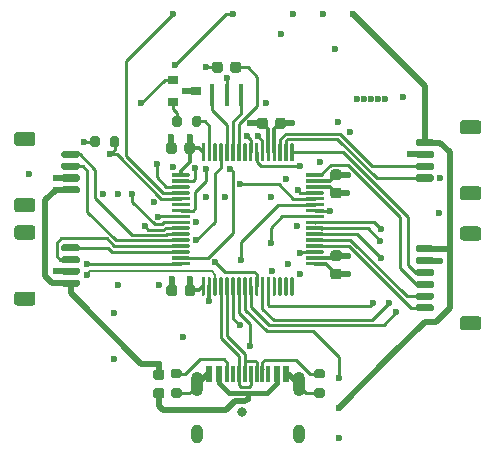
<source format=gbr>
%TF.GenerationSoftware,KiCad,Pcbnew,5.1.8-db9833491~87~ubuntu20.04.1*%
%TF.CreationDate,2020-11-23T17:18:25+01:00*%
%TF.ProjectId,rosalyn-fc,726f7361-6c79-46e2-9d66-632e6b696361,v0.1*%
%TF.SameCoordinates,Original*%
%TF.FileFunction,Copper,L4,Bot*%
%TF.FilePolarity,Positive*%
%FSLAX46Y46*%
G04 Gerber Fmt 4.6, Leading zero omitted, Abs format (unit mm)*
G04 Created by KiCad (PCBNEW 5.1.8-db9833491~87~ubuntu20.04.1) date 2020-11-23 17:18:25*
%MOMM*%
%LPD*%
G01*
G04 APERTURE LIST*
%TA.AperFunction,SMDPad,CuDef*%
%ADD10R,0.900000X0.800000*%
%TD*%
%TA.AperFunction,SMDPad,CuDef*%
%ADD11R,0.400000X1.900000*%
%TD*%
%TA.AperFunction,SMDPad,CuDef*%
%ADD12R,0.600000X1.450000*%
%TD*%
%TA.AperFunction,SMDPad,CuDef*%
%ADD13R,0.300000X1.450000*%
%TD*%
%TA.AperFunction,ComponentPad*%
%ADD14O,1.000000X2.100000*%
%TD*%
%TA.AperFunction,ComponentPad*%
%ADD15O,1.000000X1.600000*%
%TD*%
%TA.AperFunction,ViaPad*%
%ADD16C,0.800000*%
%TD*%
%TA.AperFunction,ViaPad*%
%ADD17C,0.600000*%
%TD*%
%TA.AperFunction,Conductor*%
%ADD18C,0.250000*%
%TD*%
%TA.AperFunction,Conductor*%
%ADD19C,0.300000*%
%TD*%
%TA.AperFunction,Conductor*%
%ADD20C,0.500000*%
%TD*%
%TA.AperFunction,Conductor*%
%ADD21C,0.200000*%
%TD*%
%TA.AperFunction,Conductor*%
%ADD22C,0.400000*%
%TD*%
G04 APERTURE END LIST*
%TO.P,C16,2*%
%TO.N,GND*%
%TA.AperFunction,SMDPad,CuDef*%
G36*
G01*
X151675000Y-91610000D02*
X151675000Y-92110000D01*
G75*
G02*
X151450000Y-92335000I-225000J0D01*
G01*
X151000000Y-92335000D01*
G75*
G02*
X150775000Y-92110000I0J225000D01*
G01*
X150775000Y-91610000D01*
G75*
G02*
X151000000Y-91385000I225000J0D01*
G01*
X151450000Y-91385000D01*
G75*
G02*
X151675000Y-91610000I0J-225000D01*
G01*
G37*
%TD.AperFunction*%
%TO.P,C16,1*%
%TO.N,+3V3*%
%TA.AperFunction,SMDPad,CuDef*%
G36*
G01*
X153225000Y-91610000D02*
X153225000Y-92110000D01*
G75*
G02*
X153000000Y-92335000I-225000J0D01*
G01*
X152550000Y-92335000D01*
G75*
G02*
X152325000Y-92110000I0J225000D01*
G01*
X152325000Y-91610000D01*
G75*
G02*
X152550000Y-91385000I225000J0D01*
G01*
X153000000Y-91385000D01*
G75*
G02*
X153225000Y-91610000I0J-225000D01*
G01*
G37*
%TD.AperFunction*%
%TD*%
%TO.P,C12,2*%
%TO.N,GND*%
%TA.AperFunction,SMDPad,CuDef*%
G36*
G01*
X143985000Y-93720000D02*
X143985000Y-94220000D01*
G75*
G02*
X143760000Y-94445000I-225000J0D01*
G01*
X143310000Y-94445000D01*
G75*
G02*
X143085000Y-94220000I0J225000D01*
G01*
X143085000Y-93720000D01*
G75*
G02*
X143310000Y-93495000I225000J0D01*
G01*
X143760000Y-93495000D01*
G75*
G02*
X143985000Y-93720000I0J-225000D01*
G01*
G37*
%TD.AperFunction*%
%TO.P,C12,1*%
%TO.N,+3V3*%
%TA.AperFunction,SMDPad,CuDef*%
G36*
G01*
X145535000Y-93720000D02*
X145535000Y-94220000D01*
G75*
G02*
X145310000Y-94445000I-225000J0D01*
G01*
X144860000Y-94445000D01*
G75*
G02*
X144635000Y-94220000I0J225000D01*
G01*
X144635000Y-93720000D01*
G75*
G02*
X144860000Y-93495000I225000J0D01*
G01*
X145310000Y-93495000D01*
G75*
G02*
X145535000Y-93720000I0J-225000D01*
G01*
G37*
%TD.AperFunction*%
%TD*%
%TO.P,C11,2*%
%TO.N,GND*%
%TA.AperFunction,SMDPad,CuDef*%
G36*
G01*
X144015000Y-105770000D02*
X144015000Y-106270000D01*
G75*
G02*
X143790000Y-106495000I-225000J0D01*
G01*
X143340000Y-106495000D01*
G75*
G02*
X143115000Y-106270000I0J225000D01*
G01*
X143115000Y-105770000D01*
G75*
G02*
X143340000Y-105545000I225000J0D01*
G01*
X143790000Y-105545000D01*
G75*
G02*
X144015000Y-105770000I0J-225000D01*
G01*
G37*
%TD.AperFunction*%
%TO.P,C11,1*%
%TO.N,+3V3*%
%TA.AperFunction,SMDPad,CuDef*%
G36*
G01*
X145565000Y-105770000D02*
X145565000Y-106270000D01*
G75*
G02*
X145340000Y-106495000I-225000J0D01*
G01*
X144890000Y-106495000D01*
G75*
G02*
X144665000Y-106270000I0J225000D01*
G01*
X144665000Y-105770000D01*
G75*
G02*
X144890000Y-105545000I225000J0D01*
G01*
X145340000Y-105545000D01*
G75*
G02*
X145565000Y-105770000I0J-225000D01*
G01*
G37*
%TD.AperFunction*%
%TD*%
%TO.P,C10,2*%
%TO.N,GND*%
%TA.AperFunction,SMDPad,CuDef*%
G36*
G01*
X157720000Y-96675000D02*
X157220000Y-96675000D01*
G75*
G02*
X156995000Y-96450000I0J225000D01*
G01*
X156995000Y-96000000D01*
G75*
G02*
X157220000Y-95775000I225000J0D01*
G01*
X157720000Y-95775000D01*
G75*
G02*
X157945000Y-96000000I0J-225000D01*
G01*
X157945000Y-96450000D01*
G75*
G02*
X157720000Y-96675000I-225000J0D01*
G01*
G37*
%TD.AperFunction*%
%TO.P,C10,1*%
%TO.N,+3V3*%
%TA.AperFunction,SMDPad,CuDef*%
G36*
G01*
X157720000Y-98225000D02*
X157220000Y-98225000D01*
G75*
G02*
X156995000Y-98000000I0J225000D01*
G01*
X156995000Y-97550000D01*
G75*
G02*
X157220000Y-97325000I225000J0D01*
G01*
X157720000Y-97325000D01*
G75*
G02*
X157945000Y-97550000I0J-225000D01*
G01*
X157945000Y-98000000D01*
G75*
G02*
X157720000Y-98225000I-225000J0D01*
G01*
G37*
%TD.AperFunction*%
%TD*%
%TO.P,C9,2*%
%TO.N,GND*%
%TA.AperFunction,SMDPad,CuDef*%
G36*
G01*
X157730000Y-103515000D02*
X157230000Y-103515000D01*
G75*
G02*
X157005000Y-103290000I0J225000D01*
G01*
X157005000Y-102840000D01*
G75*
G02*
X157230000Y-102615000I225000J0D01*
G01*
X157730000Y-102615000D01*
G75*
G02*
X157955000Y-102840000I0J-225000D01*
G01*
X157955000Y-103290000D01*
G75*
G02*
X157730000Y-103515000I-225000J0D01*
G01*
G37*
%TD.AperFunction*%
%TO.P,C9,1*%
%TO.N,+3V3*%
%TA.AperFunction,SMDPad,CuDef*%
G36*
G01*
X157730000Y-105065000D02*
X157230000Y-105065000D01*
G75*
G02*
X157005000Y-104840000I0J225000D01*
G01*
X157005000Y-104390000D01*
G75*
G02*
X157230000Y-104165000I225000J0D01*
G01*
X157730000Y-104165000D01*
G75*
G02*
X157955000Y-104390000I0J-225000D01*
G01*
X157955000Y-104840000D01*
G75*
G02*
X157730000Y-105065000I-225000J0D01*
G01*
G37*
%TD.AperFunction*%
%TD*%
%TO.P,U2,1*%
%TO.N,+3V3*%
%TA.AperFunction,SMDPad,CuDef*%
G36*
G01*
X146175000Y-93550000D02*
X146325000Y-93550000D01*
G75*
G02*
X146400000Y-93625000I0J-75000D01*
G01*
X146400000Y-95025000D01*
G75*
G02*
X146325000Y-95100000I-75000J0D01*
G01*
X146175000Y-95100000D01*
G75*
G02*
X146100000Y-95025000I0J75000D01*
G01*
X146100000Y-93625000D01*
G75*
G02*
X146175000Y-93550000I75000J0D01*
G01*
G37*
%TD.AperFunction*%
%TO.P,U2,2*%
%TO.N,beeper*%
%TA.AperFunction,SMDPad,CuDef*%
G36*
G01*
X146675000Y-93550000D02*
X146825000Y-93550000D01*
G75*
G02*
X146900000Y-93625000I0J-75000D01*
G01*
X146900000Y-95025000D01*
G75*
G02*
X146825000Y-95100000I-75000J0D01*
G01*
X146675000Y-95100000D01*
G75*
G02*
X146600000Y-95025000I0J75000D01*
G01*
X146600000Y-93625000D01*
G75*
G02*
X146675000Y-93550000I75000J0D01*
G01*
G37*
%TD.AperFunction*%
%TO.P,U2,3*%
%TO.N,N/C*%
%TA.AperFunction,SMDPad,CuDef*%
G36*
G01*
X147175000Y-93550000D02*
X147325000Y-93550000D01*
G75*
G02*
X147400000Y-93625000I0J-75000D01*
G01*
X147400000Y-95025000D01*
G75*
G02*
X147325000Y-95100000I-75000J0D01*
G01*
X147175000Y-95100000D01*
G75*
G02*
X147100000Y-95025000I0J75000D01*
G01*
X147100000Y-93625000D01*
G75*
G02*
X147175000Y-93550000I75000J0D01*
G01*
G37*
%TD.AperFunction*%
%TO.P,U2,4*%
%TO.N,baro_cs*%
%TA.AperFunction,SMDPad,CuDef*%
G36*
G01*
X147675000Y-93550000D02*
X147825000Y-93550000D01*
G75*
G02*
X147900000Y-93625000I0J-75000D01*
G01*
X147900000Y-95025000D01*
G75*
G02*
X147825000Y-95100000I-75000J0D01*
G01*
X147675000Y-95100000D01*
G75*
G02*
X147600000Y-95025000I0J75000D01*
G01*
X147600000Y-93625000D01*
G75*
G02*
X147675000Y-93550000I75000J0D01*
G01*
G37*
%TD.AperFunction*%
%TO.P,U2,5*%
%TO.N,Net-(U2-Pad5)*%
%TA.AperFunction,SMDPad,CuDef*%
G36*
G01*
X148175000Y-93550000D02*
X148325000Y-93550000D01*
G75*
G02*
X148400000Y-93625000I0J-75000D01*
G01*
X148400000Y-95025000D01*
G75*
G02*
X148325000Y-95100000I-75000J0D01*
G01*
X148175000Y-95100000D01*
G75*
G02*
X148100000Y-95025000I0J75000D01*
G01*
X148100000Y-93625000D01*
G75*
G02*
X148175000Y-93550000I75000J0D01*
G01*
G37*
%TD.AperFunction*%
%TO.P,U2,6*%
%TO.N,Net-(U2-Pad6)*%
%TA.AperFunction,SMDPad,CuDef*%
G36*
G01*
X148675000Y-93550000D02*
X148825000Y-93550000D01*
G75*
G02*
X148900000Y-93625000I0J-75000D01*
G01*
X148900000Y-95025000D01*
G75*
G02*
X148825000Y-95100000I-75000J0D01*
G01*
X148675000Y-95100000D01*
G75*
G02*
X148600000Y-95025000I0J75000D01*
G01*
X148600000Y-93625000D01*
G75*
G02*
X148675000Y-93550000I75000J0D01*
G01*
G37*
%TD.AperFunction*%
%TO.P,U2,7*%
%TO.N,nrst*%
%TA.AperFunction,SMDPad,CuDef*%
G36*
G01*
X149175000Y-93550000D02*
X149325000Y-93550000D01*
G75*
G02*
X149400000Y-93625000I0J-75000D01*
G01*
X149400000Y-95025000D01*
G75*
G02*
X149325000Y-95100000I-75000J0D01*
G01*
X149175000Y-95100000D01*
G75*
G02*
X149100000Y-95025000I0J75000D01*
G01*
X149100000Y-93625000D01*
G75*
G02*
X149175000Y-93550000I75000J0D01*
G01*
G37*
%TD.AperFunction*%
%TO.P,U2,8*%
%TO.N,N/C*%
%TA.AperFunction,SMDPad,CuDef*%
G36*
G01*
X149675000Y-93550000D02*
X149825000Y-93550000D01*
G75*
G02*
X149900000Y-93625000I0J-75000D01*
G01*
X149900000Y-95025000D01*
G75*
G02*
X149825000Y-95100000I-75000J0D01*
G01*
X149675000Y-95100000D01*
G75*
G02*
X149600000Y-95025000I0J75000D01*
G01*
X149600000Y-93625000D01*
G75*
G02*
X149675000Y-93550000I75000J0D01*
G01*
G37*
%TD.AperFunction*%
%TO.P,U2,9*%
%TO.N,vbat_adc*%
%TA.AperFunction,SMDPad,CuDef*%
G36*
G01*
X150175000Y-93550000D02*
X150325000Y-93550000D01*
G75*
G02*
X150400000Y-93625000I0J-75000D01*
G01*
X150400000Y-95025000D01*
G75*
G02*
X150325000Y-95100000I-75000J0D01*
G01*
X150175000Y-95100000D01*
G75*
G02*
X150100000Y-95025000I0J75000D01*
G01*
X150100000Y-93625000D01*
G75*
G02*
X150175000Y-93550000I75000J0D01*
G01*
G37*
%TD.AperFunction*%
%TO.P,U2,10*%
%TO.N,current_adc*%
%TA.AperFunction,SMDPad,CuDef*%
G36*
G01*
X150675000Y-93550000D02*
X150825000Y-93550000D01*
G75*
G02*
X150900000Y-93625000I0J-75000D01*
G01*
X150900000Y-95025000D01*
G75*
G02*
X150825000Y-95100000I-75000J0D01*
G01*
X150675000Y-95100000D01*
G75*
G02*
X150600000Y-95025000I0J75000D01*
G01*
X150600000Y-93625000D01*
G75*
G02*
X150675000Y-93550000I75000J0D01*
G01*
G37*
%TD.AperFunction*%
%TO.P,U2,11*%
%TO.N,rssi_adc*%
%TA.AperFunction,SMDPad,CuDef*%
G36*
G01*
X151175000Y-93550000D02*
X151325000Y-93550000D01*
G75*
G02*
X151400000Y-93625000I0J-75000D01*
G01*
X151400000Y-95025000D01*
G75*
G02*
X151325000Y-95100000I-75000J0D01*
G01*
X151175000Y-95100000D01*
G75*
G02*
X151100000Y-95025000I0J75000D01*
G01*
X151100000Y-93625000D01*
G75*
G02*
X151175000Y-93550000I75000J0D01*
G01*
G37*
%TD.AperFunction*%
%TO.P,U2,12*%
%TO.N,GND*%
%TA.AperFunction,SMDPad,CuDef*%
G36*
G01*
X151675000Y-93550000D02*
X151825000Y-93550000D01*
G75*
G02*
X151900000Y-93625000I0J-75000D01*
G01*
X151900000Y-95025000D01*
G75*
G02*
X151825000Y-95100000I-75000J0D01*
G01*
X151675000Y-95100000D01*
G75*
G02*
X151600000Y-95025000I0J75000D01*
G01*
X151600000Y-93625000D01*
G75*
G02*
X151675000Y-93550000I75000J0D01*
G01*
G37*
%TD.AperFunction*%
%TO.P,U2,13*%
%TO.N,+3V3*%
%TA.AperFunction,SMDPad,CuDef*%
G36*
G01*
X152175000Y-93550000D02*
X152325000Y-93550000D01*
G75*
G02*
X152400000Y-93625000I0J-75000D01*
G01*
X152400000Y-95025000D01*
G75*
G02*
X152325000Y-95100000I-75000J0D01*
G01*
X152175000Y-95100000D01*
G75*
G02*
X152100000Y-95025000I0J75000D01*
G01*
X152100000Y-93625000D01*
G75*
G02*
X152175000Y-93550000I75000J0D01*
G01*
G37*
%TD.AperFunction*%
%TO.P,U2,14*%
%TO.N,uart4_tx*%
%TA.AperFunction,SMDPad,CuDef*%
G36*
G01*
X152675000Y-93550000D02*
X152825000Y-93550000D01*
G75*
G02*
X152900000Y-93625000I0J-75000D01*
G01*
X152900000Y-95025000D01*
G75*
G02*
X152825000Y-95100000I-75000J0D01*
G01*
X152675000Y-95100000D01*
G75*
G02*
X152600000Y-95025000I0J75000D01*
G01*
X152600000Y-93625000D01*
G75*
G02*
X152675000Y-93550000I75000J0D01*
G01*
G37*
%TD.AperFunction*%
%TO.P,U2,15*%
%TO.N,uart4_rx*%
%TA.AperFunction,SMDPad,CuDef*%
G36*
G01*
X153175000Y-93550000D02*
X153325000Y-93550000D01*
G75*
G02*
X153400000Y-93625000I0J-75000D01*
G01*
X153400000Y-95025000D01*
G75*
G02*
X153325000Y-95100000I-75000J0D01*
G01*
X153175000Y-95100000D01*
G75*
G02*
X153100000Y-95025000I0J75000D01*
G01*
X153100000Y-93625000D01*
G75*
G02*
X153175000Y-93550000I75000J0D01*
G01*
G37*
%TD.AperFunction*%
%TO.P,U2,16*%
%TO.N,usart2_tx*%
%TA.AperFunction,SMDPad,CuDef*%
G36*
G01*
X153675000Y-93550000D02*
X153825000Y-93550000D01*
G75*
G02*
X153900000Y-93625000I0J-75000D01*
G01*
X153900000Y-95025000D01*
G75*
G02*
X153825000Y-95100000I-75000J0D01*
G01*
X153675000Y-95100000D01*
G75*
G02*
X153600000Y-95025000I0J75000D01*
G01*
X153600000Y-93625000D01*
G75*
G02*
X153675000Y-93550000I75000J0D01*
G01*
G37*
%TD.AperFunction*%
%TO.P,U2,17*%
%TO.N,usart2_rx*%
%TA.AperFunction,SMDPad,CuDef*%
G36*
G01*
X154975000Y-96100000D02*
X156375000Y-96100000D01*
G75*
G02*
X156450000Y-96175000I0J-75000D01*
G01*
X156450000Y-96325000D01*
G75*
G02*
X156375000Y-96400000I-75000J0D01*
G01*
X154975000Y-96400000D01*
G75*
G02*
X154900000Y-96325000I0J75000D01*
G01*
X154900000Y-96175000D01*
G75*
G02*
X154975000Y-96100000I75000J0D01*
G01*
G37*
%TD.AperFunction*%
%TO.P,U2,18*%
%TO.N,GND*%
%TA.AperFunction,SMDPad,CuDef*%
G36*
G01*
X154975000Y-96600000D02*
X156375000Y-96600000D01*
G75*
G02*
X156450000Y-96675000I0J-75000D01*
G01*
X156450000Y-96825000D01*
G75*
G02*
X156375000Y-96900000I-75000J0D01*
G01*
X154975000Y-96900000D01*
G75*
G02*
X154900000Y-96825000I0J75000D01*
G01*
X154900000Y-96675000D01*
G75*
G02*
X154975000Y-96600000I75000J0D01*
G01*
G37*
%TD.AperFunction*%
%TO.P,U2,19*%
%TO.N,+3V3*%
%TA.AperFunction,SMDPad,CuDef*%
G36*
G01*
X154975000Y-97100000D02*
X156375000Y-97100000D01*
G75*
G02*
X156450000Y-97175000I0J-75000D01*
G01*
X156450000Y-97325000D01*
G75*
G02*
X156375000Y-97400000I-75000J0D01*
G01*
X154975000Y-97400000D01*
G75*
G02*
X154900000Y-97325000I0J75000D01*
G01*
X154900000Y-97175000D01*
G75*
G02*
X154975000Y-97100000I75000J0D01*
G01*
G37*
%TD.AperFunction*%
%TO.P,U2,20*%
%TO.N,gyro1_cs*%
%TA.AperFunction,SMDPad,CuDef*%
G36*
G01*
X154975000Y-97600000D02*
X156375000Y-97600000D01*
G75*
G02*
X156450000Y-97675000I0J-75000D01*
G01*
X156450000Y-97825000D01*
G75*
G02*
X156375000Y-97900000I-75000J0D01*
G01*
X154975000Y-97900000D01*
G75*
G02*
X154900000Y-97825000I0J75000D01*
G01*
X154900000Y-97675000D01*
G75*
G02*
X154975000Y-97600000I75000J0D01*
G01*
G37*
%TD.AperFunction*%
%TO.P,U2,21*%
%TO.N,spi1_sck*%
%TA.AperFunction,SMDPad,CuDef*%
G36*
G01*
X154975000Y-98100000D02*
X156375000Y-98100000D01*
G75*
G02*
X156450000Y-98175000I0J-75000D01*
G01*
X156450000Y-98325000D01*
G75*
G02*
X156375000Y-98400000I-75000J0D01*
G01*
X154975000Y-98400000D01*
G75*
G02*
X154900000Y-98325000I0J75000D01*
G01*
X154900000Y-98175000D01*
G75*
G02*
X154975000Y-98100000I75000J0D01*
G01*
G37*
%TD.AperFunction*%
%TO.P,U2,22*%
%TO.N,spi1_miso*%
%TA.AperFunction,SMDPad,CuDef*%
G36*
G01*
X154975000Y-98600000D02*
X156375000Y-98600000D01*
G75*
G02*
X156450000Y-98675000I0J-75000D01*
G01*
X156450000Y-98825000D01*
G75*
G02*
X156375000Y-98900000I-75000J0D01*
G01*
X154975000Y-98900000D01*
G75*
G02*
X154900000Y-98825000I0J75000D01*
G01*
X154900000Y-98675000D01*
G75*
G02*
X154975000Y-98600000I75000J0D01*
G01*
G37*
%TD.AperFunction*%
%TO.P,U2,23*%
%TO.N,spi1_mosi*%
%TA.AperFunction,SMDPad,CuDef*%
G36*
G01*
X154975000Y-99100000D02*
X156375000Y-99100000D01*
G75*
G02*
X156450000Y-99175000I0J-75000D01*
G01*
X156450000Y-99325000D01*
G75*
G02*
X156375000Y-99400000I-75000J0D01*
G01*
X154975000Y-99400000D01*
G75*
G02*
X154900000Y-99325000I0J75000D01*
G01*
X154900000Y-99175000D01*
G75*
G02*
X154975000Y-99100000I75000J0D01*
G01*
G37*
%TD.AperFunction*%
%TO.P,U2,24*%
%TO.N,gyro1_exti*%
%TA.AperFunction,SMDPad,CuDef*%
G36*
G01*
X154975000Y-99600000D02*
X156375000Y-99600000D01*
G75*
G02*
X156450000Y-99675000I0J-75000D01*
G01*
X156450000Y-99825000D01*
G75*
G02*
X156375000Y-99900000I-75000J0D01*
G01*
X154975000Y-99900000D01*
G75*
G02*
X154900000Y-99825000I0J75000D01*
G01*
X154900000Y-99675000D01*
G75*
G02*
X154975000Y-99600000I75000J0D01*
G01*
G37*
%TD.AperFunction*%
%TO.P,U2,25*%
%TO.N,m3*%
%TA.AperFunction,SMDPad,CuDef*%
G36*
G01*
X154975000Y-100100000D02*
X156375000Y-100100000D01*
G75*
G02*
X156450000Y-100175000I0J-75000D01*
G01*
X156450000Y-100325000D01*
G75*
G02*
X156375000Y-100400000I-75000J0D01*
G01*
X154975000Y-100400000D01*
G75*
G02*
X154900000Y-100325000I0J75000D01*
G01*
X154900000Y-100175000D01*
G75*
G02*
X154975000Y-100100000I75000J0D01*
G01*
G37*
%TD.AperFunction*%
%TO.P,U2,26*%
%TO.N,m4*%
%TA.AperFunction,SMDPad,CuDef*%
G36*
G01*
X154975000Y-100600000D02*
X156375000Y-100600000D01*
G75*
G02*
X156450000Y-100675000I0J-75000D01*
G01*
X156450000Y-100825000D01*
G75*
G02*
X156375000Y-100900000I-75000J0D01*
G01*
X154975000Y-100900000D01*
G75*
G02*
X154900000Y-100825000I0J75000D01*
G01*
X154900000Y-100675000D01*
G75*
G02*
X154975000Y-100600000I75000J0D01*
G01*
G37*
%TD.AperFunction*%
%TO.P,U2,27*%
%TO.N,led0*%
%TA.AperFunction,SMDPad,CuDef*%
G36*
G01*
X154975000Y-101100000D02*
X156375000Y-101100000D01*
G75*
G02*
X156450000Y-101175000I0J-75000D01*
G01*
X156450000Y-101325000D01*
G75*
G02*
X156375000Y-101400000I-75000J0D01*
G01*
X154975000Y-101400000D01*
G75*
G02*
X154900000Y-101325000I0J75000D01*
G01*
X154900000Y-101175000D01*
G75*
G02*
X154975000Y-101100000I75000J0D01*
G01*
G37*
%TD.AperFunction*%
%TO.P,U2,28*%
%TO.N,i2c2_scl*%
%TA.AperFunction,SMDPad,CuDef*%
G36*
G01*
X154975000Y-101600000D02*
X156375000Y-101600000D01*
G75*
G02*
X156450000Y-101675000I0J-75000D01*
G01*
X156450000Y-101825000D01*
G75*
G02*
X156375000Y-101900000I-75000J0D01*
G01*
X154975000Y-101900000D01*
G75*
G02*
X154900000Y-101825000I0J75000D01*
G01*
X154900000Y-101675000D01*
G75*
G02*
X154975000Y-101600000I75000J0D01*
G01*
G37*
%TD.AperFunction*%
%TO.P,U2,29*%
%TO.N,i2c2_sda*%
%TA.AperFunction,SMDPad,CuDef*%
G36*
G01*
X154975000Y-102100000D02*
X156375000Y-102100000D01*
G75*
G02*
X156450000Y-102175000I0J-75000D01*
G01*
X156450000Y-102325000D01*
G75*
G02*
X156375000Y-102400000I-75000J0D01*
G01*
X154975000Y-102400000D01*
G75*
G02*
X154900000Y-102325000I0J75000D01*
G01*
X154900000Y-102175000D01*
G75*
G02*
X154975000Y-102100000I75000J0D01*
G01*
G37*
%TD.AperFunction*%
%TO.P,U2,30*%
%TO.N,Net-(C1-Pad2)*%
%TA.AperFunction,SMDPad,CuDef*%
G36*
G01*
X154975000Y-102600000D02*
X156375000Y-102600000D01*
G75*
G02*
X156450000Y-102675000I0J-75000D01*
G01*
X156450000Y-102825000D01*
G75*
G02*
X156375000Y-102900000I-75000J0D01*
G01*
X154975000Y-102900000D01*
G75*
G02*
X154900000Y-102825000I0J75000D01*
G01*
X154900000Y-102675000D01*
G75*
G02*
X154975000Y-102600000I75000J0D01*
G01*
G37*
%TD.AperFunction*%
%TO.P,U2,31*%
%TO.N,GND*%
%TA.AperFunction,SMDPad,CuDef*%
G36*
G01*
X154975000Y-103100000D02*
X156375000Y-103100000D01*
G75*
G02*
X156450000Y-103175000I0J-75000D01*
G01*
X156450000Y-103325000D01*
G75*
G02*
X156375000Y-103400000I-75000J0D01*
G01*
X154975000Y-103400000D01*
G75*
G02*
X154900000Y-103325000I0J75000D01*
G01*
X154900000Y-103175000D01*
G75*
G02*
X154975000Y-103100000I75000J0D01*
G01*
G37*
%TD.AperFunction*%
%TO.P,U2,32*%
%TO.N,+3V3*%
%TA.AperFunction,SMDPad,CuDef*%
G36*
G01*
X154975000Y-103600000D02*
X156375000Y-103600000D01*
G75*
G02*
X156450000Y-103675000I0J-75000D01*
G01*
X156450000Y-103825000D01*
G75*
G02*
X156375000Y-103900000I-75000J0D01*
G01*
X154975000Y-103900000D01*
G75*
G02*
X154900000Y-103825000I0J75000D01*
G01*
X154900000Y-103675000D01*
G75*
G02*
X154975000Y-103600000I75000J0D01*
G01*
G37*
%TD.AperFunction*%
%TO.P,U2,33*%
%TO.N,N/C*%
%TA.AperFunction,SMDPad,CuDef*%
G36*
G01*
X153675000Y-104900000D02*
X153825000Y-104900000D01*
G75*
G02*
X153900000Y-104975000I0J-75000D01*
G01*
X153900000Y-106375000D01*
G75*
G02*
X153825000Y-106450000I-75000J0D01*
G01*
X153675000Y-106450000D01*
G75*
G02*
X153600000Y-106375000I0J75000D01*
G01*
X153600000Y-104975000D01*
G75*
G02*
X153675000Y-104900000I75000J0D01*
G01*
G37*
%TD.AperFunction*%
%TO.P,U2,34*%
%TA.AperFunction,SMDPad,CuDef*%
G36*
G01*
X153175000Y-104900000D02*
X153325000Y-104900000D01*
G75*
G02*
X153400000Y-104975000I0J-75000D01*
G01*
X153400000Y-106375000D01*
G75*
G02*
X153325000Y-106450000I-75000J0D01*
G01*
X153175000Y-106450000D01*
G75*
G02*
X153100000Y-106375000I0J75000D01*
G01*
X153100000Y-104975000D01*
G75*
G02*
X153175000Y-104900000I75000J0D01*
G01*
G37*
%TD.AperFunction*%
%TO.P,U2,35*%
%TA.AperFunction,SMDPad,CuDef*%
G36*
G01*
X152675000Y-104900000D02*
X152825000Y-104900000D01*
G75*
G02*
X152900000Y-104975000I0J-75000D01*
G01*
X152900000Y-106375000D01*
G75*
G02*
X152825000Y-106450000I-75000J0D01*
G01*
X152675000Y-106450000D01*
G75*
G02*
X152600000Y-106375000I0J75000D01*
G01*
X152600000Y-104975000D01*
G75*
G02*
X152675000Y-104900000I75000J0D01*
G01*
G37*
%TD.AperFunction*%
%TO.P,U2,36*%
%TA.AperFunction,SMDPad,CuDef*%
G36*
G01*
X152175000Y-104900000D02*
X152325000Y-104900000D01*
G75*
G02*
X152400000Y-104975000I0J-75000D01*
G01*
X152400000Y-106375000D01*
G75*
G02*
X152325000Y-106450000I-75000J0D01*
G01*
X152175000Y-106450000D01*
G75*
G02*
X152100000Y-106375000I0J75000D01*
G01*
X152100000Y-104975000D01*
G75*
G02*
X152175000Y-104900000I75000J0D01*
G01*
G37*
%TD.AperFunction*%
%TO.P,U2,37*%
%TO.N,uart6_rxtx*%
%TA.AperFunction,SMDPad,CuDef*%
G36*
G01*
X151675000Y-104900000D02*
X151825000Y-104900000D01*
G75*
G02*
X151900000Y-104975000I0J-75000D01*
G01*
X151900000Y-106375000D01*
G75*
G02*
X151825000Y-106450000I-75000J0D01*
G01*
X151675000Y-106450000D01*
G75*
G02*
X151600000Y-106375000I0J75000D01*
G01*
X151600000Y-104975000D01*
G75*
G02*
X151675000Y-104900000I75000J0D01*
G01*
G37*
%TD.AperFunction*%
%TO.P,U2,38*%
%TO.N,m2*%
%TA.AperFunction,SMDPad,CuDef*%
G36*
G01*
X151175000Y-104900000D02*
X151325000Y-104900000D01*
G75*
G02*
X151400000Y-104975000I0J-75000D01*
G01*
X151400000Y-106375000D01*
G75*
G02*
X151325000Y-106450000I-75000J0D01*
G01*
X151175000Y-106450000D01*
G75*
G02*
X151100000Y-106375000I0J75000D01*
G01*
X151100000Y-104975000D01*
G75*
G02*
X151175000Y-104900000I75000J0D01*
G01*
G37*
%TD.AperFunction*%
%TO.P,U2,39*%
%TO.N,flash_cs*%
%TA.AperFunction,SMDPad,CuDef*%
G36*
G01*
X150675000Y-104900000D02*
X150825000Y-104900000D01*
G75*
G02*
X150900000Y-104975000I0J-75000D01*
G01*
X150900000Y-106375000D01*
G75*
G02*
X150825000Y-106450000I-75000J0D01*
G01*
X150675000Y-106450000D01*
G75*
G02*
X150600000Y-106375000I0J75000D01*
G01*
X150600000Y-104975000D01*
G75*
G02*
X150675000Y-104900000I75000J0D01*
G01*
G37*
%TD.AperFunction*%
%TO.P,U2,40*%
%TO.N,m1*%
%TA.AperFunction,SMDPad,CuDef*%
G36*
G01*
X150175000Y-104900000D02*
X150325000Y-104900000D01*
G75*
G02*
X150400000Y-104975000I0J-75000D01*
G01*
X150400000Y-106375000D01*
G75*
G02*
X150325000Y-106450000I-75000J0D01*
G01*
X150175000Y-106450000D01*
G75*
G02*
X150100000Y-106375000I0J75000D01*
G01*
X150100000Y-104975000D01*
G75*
G02*
X150175000Y-104900000I75000J0D01*
G01*
G37*
%TD.AperFunction*%
%TO.P,U2,41*%
%TO.N,led*%
%TA.AperFunction,SMDPad,CuDef*%
G36*
G01*
X149675000Y-104900000D02*
X149825000Y-104900000D01*
G75*
G02*
X149900000Y-104975000I0J-75000D01*
G01*
X149900000Y-106375000D01*
G75*
G02*
X149825000Y-106450000I-75000J0D01*
G01*
X149675000Y-106450000D01*
G75*
G02*
X149600000Y-106375000I0J75000D01*
G01*
X149600000Y-104975000D01*
G75*
G02*
X149675000Y-104900000I75000J0D01*
G01*
G37*
%TD.AperFunction*%
%TO.P,U2,42*%
%TO.N,usart1_tx*%
%TA.AperFunction,SMDPad,CuDef*%
G36*
G01*
X149175000Y-104900000D02*
X149325000Y-104900000D01*
G75*
G02*
X149400000Y-104975000I0J-75000D01*
G01*
X149400000Y-106375000D01*
G75*
G02*
X149325000Y-106450000I-75000J0D01*
G01*
X149175000Y-106450000D01*
G75*
G02*
X149100000Y-106375000I0J75000D01*
G01*
X149100000Y-104975000D01*
G75*
G02*
X149175000Y-104900000I75000J0D01*
G01*
G37*
%TD.AperFunction*%
%TO.P,U2,43*%
%TO.N,usart1_rx*%
%TA.AperFunction,SMDPad,CuDef*%
G36*
G01*
X148675000Y-104900000D02*
X148825000Y-104900000D01*
G75*
G02*
X148900000Y-104975000I0J-75000D01*
G01*
X148900000Y-106375000D01*
G75*
G02*
X148825000Y-106450000I-75000J0D01*
G01*
X148675000Y-106450000D01*
G75*
G02*
X148600000Y-106375000I0J75000D01*
G01*
X148600000Y-104975000D01*
G75*
G02*
X148675000Y-104900000I75000J0D01*
G01*
G37*
%TD.AperFunction*%
%TO.P,U2,44*%
%TO.N,usb_dm*%
%TA.AperFunction,SMDPad,CuDef*%
G36*
G01*
X148175000Y-104900000D02*
X148325000Y-104900000D01*
G75*
G02*
X148400000Y-104975000I0J-75000D01*
G01*
X148400000Y-106375000D01*
G75*
G02*
X148325000Y-106450000I-75000J0D01*
G01*
X148175000Y-106450000D01*
G75*
G02*
X148100000Y-106375000I0J75000D01*
G01*
X148100000Y-104975000D01*
G75*
G02*
X148175000Y-104900000I75000J0D01*
G01*
G37*
%TD.AperFunction*%
%TO.P,U2,45*%
%TO.N,usb_dp*%
%TA.AperFunction,SMDPad,CuDef*%
G36*
G01*
X147675000Y-104900000D02*
X147825000Y-104900000D01*
G75*
G02*
X147900000Y-104975000I0J-75000D01*
G01*
X147900000Y-106375000D01*
G75*
G02*
X147825000Y-106450000I-75000J0D01*
G01*
X147675000Y-106450000D01*
G75*
G02*
X147600000Y-106375000I0J75000D01*
G01*
X147600000Y-104975000D01*
G75*
G02*
X147675000Y-104900000I75000J0D01*
G01*
G37*
%TD.AperFunction*%
%TO.P,U2,46*%
%TO.N,swdio*%
%TA.AperFunction,SMDPad,CuDef*%
G36*
G01*
X147175000Y-104900000D02*
X147325000Y-104900000D01*
G75*
G02*
X147400000Y-104975000I0J-75000D01*
G01*
X147400000Y-106375000D01*
G75*
G02*
X147325000Y-106450000I-75000J0D01*
G01*
X147175000Y-106450000D01*
G75*
G02*
X147100000Y-106375000I0J75000D01*
G01*
X147100000Y-104975000D01*
G75*
G02*
X147175000Y-104900000I75000J0D01*
G01*
G37*
%TD.AperFunction*%
%TO.P,U2,47*%
%TO.N,GND*%
%TA.AperFunction,SMDPad,CuDef*%
G36*
G01*
X146675000Y-104900000D02*
X146825000Y-104900000D01*
G75*
G02*
X146900000Y-104975000I0J-75000D01*
G01*
X146900000Y-106375000D01*
G75*
G02*
X146825000Y-106450000I-75000J0D01*
G01*
X146675000Y-106450000D01*
G75*
G02*
X146600000Y-106375000I0J75000D01*
G01*
X146600000Y-104975000D01*
G75*
G02*
X146675000Y-104900000I75000J0D01*
G01*
G37*
%TD.AperFunction*%
%TO.P,U2,48*%
%TO.N,+3V3*%
%TA.AperFunction,SMDPad,CuDef*%
G36*
G01*
X146175000Y-104900000D02*
X146325000Y-104900000D01*
G75*
G02*
X146400000Y-104975000I0J-75000D01*
G01*
X146400000Y-106375000D01*
G75*
G02*
X146325000Y-106450000I-75000J0D01*
G01*
X146175000Y-106450000D01*
G75*
G02*
X146100000Y-106375000I0J75000D01*
G01*
X146100000Y-104975000D01*
G75*
G02*
X146175000Y-104900000I75000J0D01*
G01*
G37*
%TD.AperFunction*%
%TO.P,U2,49*%
%TO.N,swclk*%
%TA.AperFunction,SMDPad,CuDef*%
G36*
G01*
X143625000Y-103600000D02*
X145025000Y-103600000D01*
G75*
G02*
X145100000Y-103675000I0J-75000D01*
G01*
X145100000Y-103825000D01*
G75*
G02*
X145025000Y-103900000I-75000J0D01*
G01*
X143625000Y-103900000D01*
G75*
G02*
X143550000Y-103825000I0J75000D01*
G01*
X143550000Y-103675000D01*
G75*
G02*
X143625000Y-103600000I75000J0D01*
G01*
G37*
%TD.AperFunction*%
%TO.P,U2,50*%
%TO.N,ppm*%
%TA.AperFunction,SMDPad,CuDef*%
G36*
G01*
X143625000Y-103100000D02*
X145025000Y-103100000D01*
G75*
G02*
X145100000Y-103175000I0J-75000D01*
G01*
X145100000Y-103325000D01*
G75*
G02*
X145025000Y-103400000I-75000J0D01*
G01*
X143625000Y-103400000D01*
G75*
G02*
X143550000Y-103325000I0J75000D01*
G01*
X143550000Y-103175000D01*
G75*
G02*
X143625000Y-103100000I75000J0D01*
G01*
G37*
%TD.AperFunction*%
%TO.P,U2,51*%
%TO.N,usart3_rx*%
%TA.AperFunction,SMDPad,CuDef*%
G36*
G01*
X143625000Y-102600000D02*
X145025000Y-102600000D01*
G75*
G02*
X145100000Y-102675000I0J-75000D01*
G01*
X145100000Y-102825000D01*
G75*
G02*
X145025000Y-102900000I-75000J0D01*
G01*
X143625000Y-102900000D01*
G75*
G02*
X143550000Y-102825000I0J75000D01*
G01*
X143550000Y-102675000D01*
G75*
G02*
X143625000Y-102600000I75000J0D01*
G01*
G37*
%TD.AperFunction*%
%TO.P,U2,52*%
%TO.N,usart3_tx*%
%TA.AperFunction,SMDPad,CuDef*%
G36*
G01*
X143625000Y-102100000D02*
X145025000Y-102100000D01*
G75*
G02*
X145100000Y-102175000I0J-75000D01*
G01*
X145100000Y-102325000D01*
G75*
G02*
X145025000Y-102400000I-75000J0D01*
G01*
X143625000Y-102400000D01*
G75*
G02*
X143550000Y-102325000I0J75000D01*
G01*
X143550000Y-102175000D01*
G75*
G02*
X143625000Y-102100000I75000J0D01*
G01*
G37*
%TD.AperFunction*%
%TO.P,U2,53*%
%TO.N,uart5_tx*%
%TA.AperFunction,SMDPad,CuDef*%
G36*
G01*
X143625000Y-101600000D02*
X145025000Y-101600000D01*
G75*
G02*
X145100000Y-101675000I0J-75000D01*
G01*
X145100000Y-101825000D01*
G75*
G02*
X145025000Y-101900000I-75000J0D01*
G01*
X143625000Y-101900000D01*
G75*
G02*
X143550000Y-101825000I0J75000D01*
G01*
X143550000Y-101675000D01*
G75*
G02*
X143625000Y-101600000I75000J0D01*
G01*
G37*
%TD.AperFunction*%
%TO.P,U2,54*%
%TO.N,uart5_rx*%
%TA.AperFunction,SMDPad,CuDef*%
G36*
G01*
X143625000Y-101100000D02*
X145025000Y-101100000D01*
G75*
G02*
X145100000Y-101175000I0J-75000D01*
G01*
X145100000Y-101325000D01*
G75*
G02*
X145025000Y-101400000I-75000J0D01*
G01*
X143625000Y-101400000D01*
G75*
G02*
X143550000Y-101325000I0J75000D01*
G01*
X143550000Y-101175000D01*
G75*
G02*
X143625000Y-101100000I75000J0D01*
G01*
G37*
%TD.AperFunction*%
%TO.P,U2,55*%
%TO.N,spi3_sck*%
%TA.AperFunction,SMDPad,CuDef*%
G36*
G01*
X143625000Y-100600000D02*
X145025000Y-100600000D01*
G75*
G02*
X145100000Y-100675000I0J-75000D01*
G01*
X145100000Y-100825000D01*
G75*
G02*
X145025000Y-100900000I-75000J0D01*
G01*
X143625000Y-100900000D01*
G75*
G02*
X143550000Y-100825000I0J75000D01*
G01*
X143550000Y-100675000D01*
G75*
G02*
X143625000Y-100600000I75000J0D01*
G01*
G37*
%TD.AperFunction*%
%TO.P,U2,56*%
%TO.N,spi3_miso*%
%TA.AperFunction,SMDPad,CuDef*%
G36*
G01*
X143625000Y-100100000D02*
X145025000Y-100100000D01*
G75*
G02*
X145100000Y-100175000I0J-75000D01*
G01*
X145100000Y-100325000D01*
G75*
G02*
X145025000Y-100400000I-75000J0D01*
G01*
X143625000Y-100400000D01*
G75*
G02*
X143550000Y-100325000I0J75000D01*
G01*
X143550000Y-100175000D01*
G75*
G02*
X143625000Y-100100000I75000J0D01*
G01*
G37*
%TD.AperFunction*%
%TO.P,U2,57*%
%TO.N,spi3_mosi*%
%TA.AperFunction,SMDPad,CuDef*%
G36*
G01*
X143625000Y-99600000D02*
X145025000Y-99600000D01*
G75*
G02*
X145100000Y-99675000I0J-75000D01*
G01*
X145100000Y-99825000D01*
G75*
G02*
X145025000Y-99900000I-75000J0D01*
G01*
X143625000Y-99900000D01*
G75*
G02*
X143550000Y-99825000I0J75000D01*
G01*
X143550000Y-99675000D01*
G75*
G02*
X143625000Y-99600000I75000J0D01*
G01*
G37*
%TD.AperFunction*%
%TO.P,U2,58*%
%TO.N,m5*%
%TA.AperFunction,SMDPad,CuDef*%
G36*
G01*
X143625000Y-99100000D02*
X145025000Y-99100000D01*
G75*
G02*
X145100000Y-99175000I0J-75000D01*
G01*
X145100000Y-99325000D01*
G75*
G02*
X145025000Y-99400000I-75000J0D01*
G01*
X143625000Y-99400000D01*
G75*
G02*
X143550000Y-99325000I0J75000D01*
G01*
X143550000Y-99175000D01*
G75*
G02*
X143625000Y-99100000I75000J0D01*
G01*
G37*
%TD.AperFunction*%
%TO.P,U2,59*%
%TO.N,N/C*%
%TA.AperFunction,SMDPad,CuDef*%
G36*
G01*
X143625000Y-98600000D02*
X145025000Y-98600000D01*
G75*
G02*
X145100000Y-98675000I0J-75000D01*
G01*
X145100000Y-98825000D01*
G75*
G02*
X145025000Y-98900000I-75000J0D01*
G01*
X143625000Y-98900000D01*
G75*
G02*
X143550000Y-98825000I0J75000D01*
G01*
X143550000Y-98675000D01*
G75*
G02*
X143625000Y-98600000I75000J0D01*
G01*
G37*
%TD.AperFunction*%
%TO.P,U2,60*%
%TO.N,boot0*%
%TA.AperFunction,SMDPad,CuDef*%
G36*
G01*
X143625000Y-98100000D02*
X145025000Y-98100000D01*
G75*
G02*
X145100000Y-98175000I0J-75000D01*
G01*
X145100000Y-98325000D01*
G75*
G02*
X145025000Y-98400000I-75000J0D01*
G01*
X143625000Y-98400000D01*
G75*
G02*
X143550000Y-98325000I0J75000D01*
G01*
X143550000Y-98175000D01*
G75*
G02*
X143625000Y-98100000I75000J0D01*
G01*
G37*
%TD.AperFunction*%
%TO.P,U2,61*%
%TO.N,m6*%
%TA.AperFunction,SMDPad,CuDef*%
G36*
G01*
X143625000Y-97600000D02*
X145025000Y-97600000D01*
G75*
G02*
X145100000Y-97675000I0J-75000D01*
G01*
X145100000Y-97825000D01*
G75*
G02*
X145025000Y-97900000I-75000J0D01*
G01*
X143625000Y-97900000D01*
G75*
G02*
X143550000Y-97825000I0J75000D01*
G01*
X143550000Y-97675000D01*
G75*
G02*
X143625000Y-97600000I75000J0D01*
G01*
G37*
%TD.AperFunction*%
%TO.P,U2,62*%
%TO.N,camera*%
%TA.AperFunction,SMDPad,CuDef*%
G36*
G01*
X143625000Y-97100000D02*
X145025000Y-97100000D01*
G75*
G02*
X145100000Y-97175000I0J-75000D01*
G01*
X145100000Y-97325000D01*
G75*
G02*
X145025000Y-97400000I-75000J0D01*
G01*
X143625000Y-97400000D01*
G75*
G02*
X143550000Y-97325000I0J75000D01*
G01*
X143550000Y-97175000D01*
G75*
G02*
X143625000Y-97100000I75000J0D01*
G01*
G37*
%TD.AperFunction*%
%TO.P,U2,63*%
%TO.N,GND*%
%TA.AperFunction,SMDPad,CuDef*%
G36*
G01*
X143625000Y-96600000D02*
X145025000Y-96600000D01*
G75*
G02*
X145100000Y-96675000I0J-75000D01*
G01*
X145100000Y-96825000D01*
G75*
G02*
X145025000Y-96900000I-75000J0D01*
G01*
X143625000Y-96900000D01*
G75*
G02*
X143550000Y-96825000I0J75000D01*
G01*
X143550000Y-96675000D01*
G75*
G02*
X143625000Y-96600000I75000J0D01*
G01*
G37*
%TD.AperFunction*%
%TO.P,U2,64*%
%TO.N,+3V3*%
%TA.AperFunction,SMDPad,CuDef*%
G36*
G01*
X143625000Y-96100000D02*
X145025000Y-96100000D01*
G75*
G02*
X145100000Y-96175000I0J-75000D01*
G01*
X145100000Y-96325000D01*
G75*
G02*
X145025000Y-96400000I-75000J0D01*
G01*
X143625000Y-96400000D01*
G75*
G02*
X143550000Y-96325000I0J75000D01*
G01*
X143550000Y-96175000D01*
G75*
G02*
X143625000Y-96100000I75000J0D01*
G01*
G37*
%TD.AperFunction*%
%TD*%
%TO.P,C8,1*%
%TO.N,nrst*%
%TA.AperFunction,SMDPad,CuDef*%
G36*
G01*
X149430000Y-86880000D02*
X149430000Y-87380000D01*
G75*
G02*
X149205000Y-87605000I-225000J0D01*
G01*
X148755000Y-87605000D01*
G75*
G02*
X148530000Y-87380000I0J225000D01*
G01*
X148530000Y-86880000D01*
G75*
G02*
X148755000Y-86655000I225000J0D01*
G01*
X149205000Y-86655000D01*
G75*
G02*
X149430000Y-86880000I0J-225000D01*
G01*
G37*
%TD.AperFunction*%
%TO.P,C8,2*%
%TO.N,GND*%
%TA.AperFunction,SMDPad,CuDef*%
G36*
G01*
X147880000Y-86880000D02*
X147880000Y-87380000D01*
G75*
G02*
X147655000Y-87605000I-225000J0D01*
G01*
X147205000Y-87605000D01*
G75*
G02*
X146980000Y-87380000I0J225000D01*
G01*
X146980000Y-86880000D01*
G75*
G02*
X147205000Y-86655000I225000J0D01*
G01*
X147655000Y-86655000D01*
G75*
G02*
X147880000Y-86880000I0J-225000D01*
G01*
G37*
%TD.AperFunction*%
%TD*%
D10*
%TO.P,Q1,1*%
%TO.N,Net-(Q1-Pad1)*%
X143650000Y-90090000D03*
%TO.P,Q1,2*%
%TO.N,Net-(Q1-Pad2)*%
X143650000Y-88190000D03*
%TO.P,Q1,3*%
%TO.N,GND*%
X145650000Y-89140000D03*
%TD*%
%TO.P,R1,2*%
%TO.N,Net-(J1-PadA5)*%
%TA.AperFunction,SMDPad,CuDef*%
G36*
G01*
X156355000Y-113465000D02*
X155805000Y-113465000D01*
G75*
G02*
X155605000Y-113265000I0J200000D01*
G01*
X155605000Y-112865000D01*
G75*
G02*
X155805000Y-112665000I200000J0D01*
G01*
X156355000Y-112665000D01*
G75*
G02*
X156555000Y-112865000I0J-200000D01*
G01*
X156555000Y-113265000D01*
G75*
G02*
X156355000Y-113465000I-200000J0D01*
G01*
G37*
%TD.AperFunction*%
%TO.P,R1,1*%
%TO.N,GND*%
%TA.AperFunction,SMDPad,CuDef*%
G36*
G01*
X156355000Y-115115000D02*
X155805000Y-115115000D01*
G75*
G02*
X155605000Y-114915000I0J200000D01*
G01*
X155605000Y-114515000D01*
G75*
G02*
X155805000Y-114315000I200000J0D01*
G01*
X156355000Y-114315000D01*
G75*
G02*
X156555000Y-114515000I0J-200000D01*
G01*
X156555000Y-114915000D01*
G75*
G02*
X156355000Y-115115000I-200000J0D01*
G01*
G37*
%TD.AperFunction*%
%TD*%
%TO.P,R2,1*%
%TO.N,GND*%
%TA.AperFunction,SMDPad,CuDef*%
G36*
G01*
X144225000Y-115115000D02*
X143675000Y-115115000D01*
G75*
G02*
X143475000Y-114915000I0J200000D01*
G01*
X143475000Y-114515000D01*
G75*
G02*
X143675000Y-114315000I200000J0D01*
G01*
X144225000Y-114315000D01*
G75*
G02*
X144425000Y-114515000I0J-200000D01*
G01*
X144425000Y-114915000D01*
G75*
G02*
X144225000Y-115115000I-200000J0D01*
G01*
G37*
%TD.AperFunction*%
%TO.P,R2,2*%
%TO.N,Net-(J1-PadB5)*%
%TA.AperFunction,SMDPad,CuDef*%
G36*
G01*
X144225000Y-113465000D02*
X143675000Y-113465000D01*
G75*
G02*
X143475000Y-113265000I0J200000D01*
G01*
X143475000Y-112865000D01*
G75*
G02*
X143675000Y-112665000I200000J0D01*
G01*
X144225000Y-112665000D01*
G75*
G02*
X144425000Y-112865000I0J-200000D01*
G01*
X144425000Y-113265000D01*
G75*
G02*
X144225000Y-113465000I-200000J0D01*
G01*
G37*
%TD.AperFunction*%
%TD*%
%TO.P,R5,1*%
%TO.N,boot0*%
%TA.AperFunction,SMDPad,CuDef*%
G36*
G01*
X139125000Y-93145000D02*
X139125000Y-93695000D01*
G75*
G02*
X138925000Y-93895000I-200000J0D01*
G01*
X138525000Y-93895000D01*
G75*
G02*
X138325000Y-93695000I0J200000D01*
G01*
X138325000Y-93145000D01*
G75*
G02*
X138525000Y-92945000I200000J0D01*
G01*
X138925000Y-92945000D01*
G75*
G02*
X139125000Y-93145000I0J-200000D01*
G01*
G37*
%TD.AperFunction*%
%TO.P,R5,2*%
%TO.N,GND*%
%TA.AperFunction,SMDPad,CuDef*%
G36*
G01*
X137475000Y-93145000D02*
X137475000Y-93695000D01*
G75*
G02*
X137275000Y-93895000I-200000J0D01*
G01*
X136875000Y-93895000D01*
G75*
G02*
X136675000Y-93695000I0J200000D01*
G01*
X136675000Y-93145000D01*
G75*
G02*
X136875000Y-92945000I200000J0D01*
G01*
X137275000Y-92945000D01*
G75*
G02*
X137475000Y-93145000I0J-200000D01*
G01*
G37*
%TD.AperFunction*%
%TD*%
%TO.P,R8,2*%
%TO.N,beeper*%
%TA.AperFunction,SMDPad,CuDef*%
G36*
G01*
X145275000Y-91975000D02*
X145275000Y-91425000D01*
G75*
G02*
X145475000Y-91225000I200000J0D01*
G01*
X145875000Y-91225000D01*
G75*
G02*
X146075000Y-91425000I0J-200000D01*
G01*
X146075000Y-91975000D01*
G75*
G02*
X145875000Y-92175000I-200000J0D01*
G01*
X145475000Y-92175000D01*
G75*
G02*
X145275000Y-91975000I0J200000D01*
G01*
G37*
%TD.AperFunction*%
%TO.P,R8,1*%
%TO.N,Net-(Q1-Pad1)*%
%TA.AperFunction,SMDPad,CuDef*%
G36*
G01*
X143625000Y-91975000D02*
X143625000Y-91425000D01*
G75*
G02*
X143825000Y-91225000I200000J0D01*
G01*
X144225000Y-91225000D01*
G75*
G02*
X144425000Y-91425000I0J-200000D01*
G01*
X144425000Y-91975000D01*
G75*
G02*
X144225000Y-92175000I-200000J0D01*
G01*
X143825000Y-92175000D01*
G75*
G02*
X143625000Y-91975000I0J200000D01*
G01*
G37*
%TD.AperFunction*%
%TD*%
D11*
%TO.P,Y1,1*%
%TO.N,Net-(U2-Pad5)*%
X147010000Y-89500000D03*
%TO.P,Y1,2*%
%TO.N,GND*%
X148210000Y-89500000D03*
%TO.P,Y1,3*%
%TO.N,Net-(U2-Pad6)*%
X149410000Y-89500000D03*
%TD*%
%TO.P,D1,1*%
%TO.N,+5V*%
%TA.AperFunction,SMDPad,CuDef*%
G36*
G01*
X142203750Y-112715000D02*
X142716250Y-112715000D01*
G75*
G02*
X142935000Y-112933750I0J-218750D01*
G01*
X142935000Y-113371250D01*
G75*
G02*
X142716250Y-113590000I-218750J0D01*
G01*
X142203750Y-113590000D01*
G75*
G02*
X141985000Y-113371250I0J218750D01*
G01*
X141985000Y-112933750D01*
G75*
G02*
X142203750Y-112715000I218750J0D01*
G01*
G37*
%TD.AperFunction*%
%TO.P,D1,2*%
%TO.N,Net-(D1-Pad2)*%
%TA.AperFunction,SMDPad,CuDef*%
G36*
G01*
X142203750Y-114290000D02*
X142716250Y-114290000D01*
G75*
G02*
X142935000Y-114508750I0J-218750D01*
G01*
X142935000Y-114946250D01*
G75*
G02*
X142716250Y-115165000I-218750J0D01*
G01*
X142203750Y-115165000D01*
G75*
G02*
X141985000Y-114946250I0J218750D01*
G01*
X141985000Y-114508750D01*
G75*
G02*
X142203750Y-114290000I218750J0D01*
G01*
G37*
%TD.AperFunction*%
%TD*%
%TO.P,J2,1*%
%TO.N,+5V*%
%TA.AperFunction,SMDPad,CuDef*%
G36*
G01*
X164375000Y-102200000D02*
X165625000Y-102200000D01*
G75*
G02*
X165775000Y-102350000I0J-150000D01*
G01*
X165775000Y-102650000D01*
G75*
G02*
X165625000Y-102800000I-150000J0D01*
G01*
X164375000Y-102800000D01*
G75*
G02*
X164225000Y-102650000I0J150000D01*
G01*
X164225000Y-102350000D01*
G75*
G02*
X164375000Y-102200000I150000J0D01*
G01*
G37*
%TD.AperFunction*%
%TO.P,J2,2*%
%TO.N,GND*%
%TA.AperFunction,SMDPad,CuDef*%
G36*
G01*
X164375000Y-103200000D02*
X165625000Y-103200000D01*
G75*
G02*
X165775000Y-103350000I0J-150000D01*
G01*
X165775000Y-103650000D01*
G75*
G02*
X165625000Y-103800000I-150000J0D01*
G01*
X164375000Y-103800000D01*
G75*
G02*
X164225000Y-103650000I0J150000D01*
G01*
X164225000Y-103350000D01*
G75*
G02*
X164375000Y-103200000I150000J0D01*
G01*
G37*
%TD.AperFunction*%
%TO.P,J2,3*%
%TO.N,usart2_tx*%
%TA.AperFunction,SMDPad,CuDef*%
G36*
G01*
X164375000Y-104200000D02*
X165625000Y-104200000D01*
G75*
G02*
X165775000Y-104350000I0J-150000D01*
G01*
X165775000Y-104650000D01*
G75*
G02*
X165625000Y-104800000I-150000J0D01*
G01*
X164375000Y-104800000D01*
G75*
G02*
X164225000Y-104650000I0J150000D01*
G01*
X164225000Y-104350000D01*
G75*
G02*
X164375000Y-104200000I150000J0D01*
G01*
G37*
%TD.AperFunction*%
%TO.P,J2,4*%
%TO.N,usart2_rx*%
%TA.AperFunction,SMDPad,CuDef*%
G36*
G01*
X164375000Y-105200000D02*
X165625000Y-105200000D01*
G75*
G02*
X165775000Y-105350000I0J-150000D01*
G01*
X165775000Y-105650000D01*
G75*
G02*
X165625000Y-105800000I-150000J0D01*
G01*
X164375000Y-105800000D01*
G75*
G02*
X164225000Y-105650000I0J150000D01*
G01*
X164225000Y-105350000D01*
G75*
G02*
X164375000Y-105200000I150000J0D01*
G01*
G37*
%TD.AperFunction*%
%TO.P,J2,5*%
%TO.N,i2c2_scl*%
%TA.AperFunction,SMDPad,CuDef*%
G36*
G01*
X164375000Y-106200000D02*
X165625000Y-106200000D01*
G75*
G02*
X165775000Y-106350000I0J-150000D01*
G01*
X165775000Y-106650000D01*
G75*
G02*
X165625000Y-106800000I-150000J0D01*
G01*
X164375000Y-106800000D01*
G75*
G02*
X164225000Y-106650000I0J150000D01*
G01*
X164225000Y-106350000D01*
G75*
G02*
X164375000Y-106200000I150000J0D01*
G01*
G37*
%TD.AperFunction*%
%TO.P,J2,6*%
%TO.N,i2c2_sda*%
%TA.AperFunction,SMDPad,CuDef*%
G36*
G01*
X164375000Y-107200000D02*
X165625000Y-107200000D01*
G75*
G02*
X165775000Y-107350000I0J-150000D01*
G01*
X165775000Y-107650000D01*
G75*
G02*
X165625000Y-107800000I-150000J0D01*
G01*
X164375000Y-107800000D01*
G75*
G02*
X164225000Y-107650000I0J150000D01*
G01*
X164225000Y-107350000D01*
G75*
G02*
X164375000Y-107200000I150000J0D01*
G01*
G37*
%TD.AperFunction*%
%TO.P,J2,MP*%
%TO.N,N/C*%
%TA.AperFunction,SMDPad,CuDef*%
G36*
G01*
X168224999Y-100600000D02*
X169525001Y-100600000D01*
G75*
G02*
X169775000Y-100849999I0J-249999D01*
G01*
X169775000Y-101550001D01*
G75*
G02*
X169525001Y-101800000I-249999J0D01*
G01*
X168224999Y-101800000D01*
G75*
G02*
X167975000Y-101550001I0J249999D01*
G01*
X167975000Y-100849999D01*
G75*
G02*
X168224999Y-100600000I249999J0D01*
G01*
G37*
%TD.AperFunction*%
%TA.AperFunction,SMDPad,CuDef*%
G36*
G01*
X168224999Y-108200000D02*
X169525001Y-108200000D01*
G75*
G02*
X169775000Y-108449999I0J-249999D01*
G01*
X169775000Y-109150001D01*
G75*
G02*
X169525001Y-109400000I-249999J0D01*
G01*
X168224999Y-109400000D01*
G75*
G02*
X167975000Y-109150001I0J249999D01*
G01*
X167975000Y-108449999D01*
G75*
G02*
X168224999Y-108200000I249999J0D01*
G01*
G37*
%TD.AperFunction*%
%TD*%
%TO.P,J4,1*%
%TO.N,+5V*%
%TA.AperFunction,SMDPad,CuDef*%
G36*
G01*
X164375000Y-93200000D02*
X165625000Y-93200000D01*
G75*
G02*
X165775000Y-93350000I0J-150000D01*
G01*
X165775000Y-93650000D01*
G75*
G02*
X165625000Y-93800000I-150000J0D01*
G01*
X164375000Y-93800000D01*
G75*
G02*
X164225000Y-93650000I0J150000D01*
G01*
X164225000Y-93350000D01*
G75*
G02*
X164375000Y-93200000I150000J0D01*
G01*
G37*
%TD.AperFunction*%
%TO.P,J4,2*%
%TO.N,GND*%
%TA.AperFunction,SMDPad,CuDef*%
G36*
G01*
X164375000Y-94200000D02*
X165625000Y-94200000D01*
G75*
G02*
X165775000Y-94350000I0J-150000D01*
G01*
X165775000Y-94650000D01*
G75*
G02*
X165625000Y-94800000I-150000J0D01*
G01*
X164375000Y-94800000D01*
G75*
G02*
X164225000Y-94650000I0J150000D01*
G01*
X164225000Y-94350000D01*
G75*
G02*
X164375000Y-94200000I150000J0D01*
G01*
G37*
%TD.AperFunction*%
%TO.P,J4,3*%
%TO.N,uart4_tx*%
%TA.AperFunction,SMDPad,CuDef*%
G36*
G01*
X164375000Y-95200000D02*
X165625000Y-95200000D01*
G75*
G02*
X165775000Y-95350000I0J-150000D01*
G01*
X165775000Y-95650000D01*
G75*
G02*
X165625000Y-95800000I-150000J0D01*
G01*
X164375000Y-95800000D01*
G75*
G02*
X164225000Y-95650000I0J150000D01*
G01*
X164225000Y-95350000D01*
G75*
G02*
X164375000Y-95200000I150000J0D01*
G01*
G37*
%TD.AperFunction*%
%TO.P,J4,4*%
%TO.N,uart4_rx*%
%TA.AperFunction,SMDPad,CuDef*%
G36*
G01*
X164375000Y-96200000D02*
X165625000Y-96200000D01*
G75*
G02*
X165775000Y-96350000I0J-150000D01*
G01*
X165775000Y-96650000D01*
G75*
G02*
X165625000Y-96800000I-150000J0D01*
G01*
X164375000Y-96800000D01*
G75*
G02*
X164225000Y-96650000I0J150000D01*
G01*
X164225000Y-96350000D01*
G75*
G02*
X164375000Y-96200000I150000J0D01*
G01*
G37*
%TD.AperFunction*%
%TO.P,J4,MP*%
%TO.N,N/C*%
%TA.AperFunction,SMDPad,CuDef*%
G36*
G01*
X168224999Y-91600000D02*
X169525001Y-91600000D01*
G75*
G02*
X169775000Y-91849999I0J-249999D01*
G01*
X169775000Y-92550001D01*
G75*
G02*
X169525001Y-92800000I-249999J0D01*
G01*
X168224999Y-92800000D01*
G75*
G02*
X167975000Y-92550001I0J249999D01*
G01*
X167975000Y-91849999D01*
G75*
G02*
X168224999Y-91600000I249999J0D01*
G01*
G37*
%TD.AperFunction*%
%TA.AperFunction,SMDPad,CuDef*%
G36*
G01*
X168224999Y-97200000D02*
X169525001Y-97200000D01*
G75*
G02*
X169775000Y-97449999I0J-249999D01*
G01*
X169775000Y-98150001D01*
G75*
G02*
X169525001Y-98400000I-249999J0D01*
G01*
X168224999Y-98400000D01*
G75*
G02*
X167975000Y-98150001I0J249999D01*
G01*
X167975000Y-97449999D01*
G75*
G02*
X168224999Y-97200000I249999J0D01*
G01*
G37*
%TD.AperFunction*%
%TD*%
%TO.P,J5,MP*%
%TO.N,N/C*%
%TA.AperFunction,SMDPad,CuDef*%
G36*
G01*
X131775001Y-93800000D02*
X130474999Y-93800000D01*
G75*
G02*
X130225000Y-93550001I0J249999D01*
G01*
X130225000Y-92849999D01*
G75*
G02*
X130474999Y-92600000I249999J0D01*
G01*
X131775001Y-92600000D01*
G75*
G02*
X132025000Y-92849999I0J-249999D01*
G01*
X132025000Y-93550001D01*
G75*
G02*
X131775001Y-93800000I-249999J0D01*
G01*
G37*
%TD.AperFunction*%
%TA.AperFunction,SMDPad,CuDef*%
G36*
G01*
X131775001Y-99400000D02*
X130474999Y-99400000D01*
G75*
G02*
X130225000Y-99150001I0J249999D01*
G01*
X130225000Y-98449999D01*
G75*
G02*
X130474999Y-98200000I249999J0D01*
G01*
X131775001Y-98200000D01*
G75*
G02*
X132025000Y-98449999I0J-249999D01*
G01*
X132025000Y-99150001D01*
G75*
G02*
X131775001Y-99400000I-249999J0D01*
G01*
G37*
%TD.AperFunction*%
%TO.P,J5,4*%
%TO.N,uart5_rx*%
%TA.AperFunction,SMDPad,CuDef*%
G36*
G01*
X135625000Y-94800000D02*
X134375000Y-94800000D01*
G75*
G02*
X134225000Y-94650000I0J150000D01*
G01*
X134225000Y-94350000D01*
G75*
G02*
X134375000Y-94200000I150000J0D01*
G01*
X135625000Y-94200000D01*
G75*
G02*
X135775000Y-94350000I0J-150000D01*
G01*
X135775000Y-94650000D01*
G75*
G02*
X135625000Y-94800000I-150000J0D01*
G01*
G37*
%TD.AperFunction*%
%TO.P,J5,3*%
%TO.N,uart5_tx*%
%TA.AperFunction,SMDPad,CuDef*%
G36*
G01*
X135625000Y-95800000D02*
X134375000Y-95800000D01*
G75*
G02*
X134225000Y-95650000I0J150000D01*
G01*
X134225000Y-95350000D01*
G75*
G02*
X134375000Y-95200000I150000J0D01*
G01*
X135625000Y-95200000D01*
G75*
G02*
X135775000Y-95350000I0J-150000D01*
G01*
X135775000Y-95650000D01*
G75*
G02*
X135625000Y-95800000I-150000J0D01*
G01*
G37*
%TD.AperFunction*%
%TO.P,J5,2*%
%TO.N,GND*%
%TA.AperFunction,SMDPad,CuDef*%
G36*
G01*
X135625000Y-96800000D02*
X134375000Y-96800000D01*
G75*
G02*
X134225000Y-96650000I0J150000D01*
G01*
X134225000Y-96350000D01*
G75*
G02*
X134375000Y-96200000I150000J0D01*
G01*
X135625000Y-96200000D01*
G75*
G02*
X135775000Y-96350000I0J-150000D01*
G01*
X135775000Y-96650000D01*
G75*
G02*
X135625000Y-96800000I-150000J0D01*
G01*
G37*
%TD.AperFunction*%
%TO.P,J5,1*%
%TO.N,+5V*%
%TA.AperFunction,SMDPad,CuDef*%
G36*
G01*
X135625000Y-97800000D02*
X134375000Y-97800000D01*
G75*
G02*
X134225000Y-97650000I0J150000D01*
G01*
X134225000Y-97350000D01*
G75*
G02*
X134375000Y-97200000I150000J0D01*
G01*
X135625000Y-97200000D01*
G75*
G02*
X135775000Y-97350000I0J-150000D01*
G01*
X135775000Y-97650000D01*
G75*
G02*
X135625000Y-97800000I-150000J0D01*
G01*
G37*
%TD.AperFunction*%
%TD*%
%TO.P,J6,1*%
%TO.N,+5V*%
%TA.AperFunction,SMDPad,CuDef*%
G36*
G01*
X135625000Y-105710000D02*
X134375000Y-105710000D01*
G75*
G02*
X134225000Y-105560000I0J150000D01*
G01*
X134225000Y-105260000D01*
G75*
G02*
X134375000Y-105110000I150000J0D01*
G01*
X135625000Y-105110000D01*
G75*
G02*
X135775000Y-105260000I0J-150000D01*
G01*
X135775000Y-105560000D01*
G75*
G02*
X135625000Y-105710000I-150000J0D01*
G01*
G37*
%TD.AperFunction*%
%TO.P,J6,2*%
%TO.N,GND*%
%TA.AperFunction,SMDPad,CuDef*%
G36*
G01*
X135625000Y-104710000D02*
X134375000Y-104710000D01*
G75*
G02*
X134225000Y-104560000I0J150000D01*
G01*
X134225000Y-104260000D01*
G75*
G02*
X134375000Y-104110000I150000J0D01*
G01*
X135625000Y-104110000D01*
G75*
G02*
X135775000Y-104260000I0J-150000D01*
G01*
X135775000Y-104560000D01*
G75*
G02*
X135625000Y-104710000I-150000J0D01*
G01*
G37*
%TD.AperFunction*%
%TO.P,J6,3*%
%TO.N,usart3_tx*%
%TA.AperFunction,SMDPad,CuDef*%
G36*
G01*
X135625000Y-103710000D02*
X134375000Y-103710000D01*
G75*
G02*
X134225000Y-103560000I0J150000D01*
G01*
X134225000Y-103260000D01*
G75*
G02*
X134375000Y-103110000I150000J0D01*
G01*
X135625000Y-103110000D01*
G75*
G02*
X135775000Y-103260000I0J-150000D01*
G01*
X135775000Y-103560000D01*
G75*
G02*
X135625000Y-103710000I-150000J0D01*
G01*
G37*
%TD.AperFunction*%
%TO.P,J6,4*%
%TO.N,usart3_rx*%
%TA.AperFunction,SMDPad,CuDef*%
G36*
G01*
X135625000Y-102710000D02*
X134375000Y-102710000D01*
G75*
G02*
X134225000Y-102560000I0J150000D01*
G01*
X134225000Y-102260000D01*
G75*
G02*
X134375000Y-102110000I150000J0D01*
G01*
X135625000Y-102110000D01*
G75*
G02*
X135775000Y-102260000I0J-150000D01*
G01*
X135775000Y-102560000D01*
G75*
G02*
X135625000Y-102710000I-150000J0D01*
G01*
G37*
%TD.AperFunction*%
%TO.P,J6,MP*%
%TO.N,N/C*%
%TA.AperFunction,SMDPad,CuDef*%
G36*
G01*
X131775001Y-107310000D02*
X130474999Y-107310000D01*
G75*
G02*
X130225000Y-107060001I0J249999D01*
G01*
X130225000Y-106359999D01*
G75*
G02*
X130474999Y-106110000I249999J0D01*
G01*
X131775001Y-106110000D01*
G75*
G02*
X132025000Y-106359999I0J-249999D01*
G01*
X132025000Y-107060001D01*
G75*
G02*
X131775001Y-107310000I-249999J0D01*
G01*
G37*
%TD.AperFunction*%
%TA.AperFunction,SMDPad,CuDef*%
G36*
G01*
X131775001Y-101710000D02*
X130474999Y-101710000D01*
G75*
G02*
X130225000Y-101460001I0J249999D01*
G01*
X130225000Y-100759999D01*
G75*
G02*
X130474999Y-100510000I249999J0D01*
G01*
X131775001Y-100510000D01*
G75*
G02*
X132025000Y-100759999I0J-249999D01*
G01*
X132025000Y-101460001D01*
G75*
G02*
X131775001Y-101710000I-249999J0D01*
G01*
G37*
%TD.AperFunction*%
%TD*%
D12*
%TO.P,J1,B1*%
%TO.N,GND*%
X146750000Y-113055000D03*
%TO.P,J1,A9*%
%TO.N,Net-(D1-Pad2)*%
X147550000Y-113055000D03*
%TO.P,J1,B9*%
X152450000Y-113055000D03*
%TO.P,J1,B12*%
%TO.N,GND*%
X153250000Y-113055000D03*
%TO.P,J1,A1*%
X153250000Y-113055000D03*
%TO.P,J1,A4*%
%TO.N,Net-(D1-Pad2)*%
X152450000Y-113055000D03*
%TO.P,J1,B4*%
X147550000Y-113055000D03*
%TO.P,J1,A12*%
%TO.N,GND*%
X146750000Y-113055000D03*
D13*
%TO.P,J1,B8*%
%TO.N,N/C*%
X151750000Y-113055000D03*
%TO.P,J1,A5*%
%TO.N,Net-(J1-PadA5)*%
X151250000Y-113055000D03*
%TO.P,J1,B7*%
%TO.N,usb_dm*%
X150750000Y-113055000D03*
%TO.P,J1,A7*%
X149750000Y-113055000D03*
%TO.P,J1,B6*%
%TO.N,usb_dp*%
X149250000Y-113055000D03*
%TO.P,J1,A8*%
%TO.N,N/C*%
X148750000Y-113055000D03*
%TO.P,J1,B5*%
%TO.N,Net-(J1-PadB5)*%
X148250000Y-113055000D03*
%TO.P,J1,A6*%
%TO.N,usb_dp*%
X150250000Y-113055000D03*
D14*
%TO.P,J1,S1*%
%TO.N,GND*%
X145680000Y-113970000D03*
X154320000Y-113970000D03*
D15*
X154320000Y-118150000D03*
X145680000Y-118150000D03*
%TD*%
D16*
%TO.N,GND*%
X149510000Y-116270000D03*
D17*
X146490000Y-87130000D03*
X163720000Y-94490000D03*
X139030000Y-105560000D03*
X160468000Y-89809998D03*
X153234990Y-96591657D03*
X153430000Y-103750000D03*
X158450000Y-103060000D03*
X152080000Y-104380000D03*
X145620000Y-100190000D03*
X148050000Y-98139998D03*
X136170000Y-93420000D03*
X148210000Y-88060004D03*
X166230002Y-99500000D03*
X150215707Y-91860000D03*
X151570000Y-90130000D03*
X157640000Y-91730000D03*
X163130000Y-89620000D03*
X152830000Y-84270000D03*
X145510000Y-95620000D03*
X146750000Y-106950000D03*
X143560000Y-105049996D03*
X138660000Y-107910000D03*
X144500000Y-109920000D03*
X137710000Y-97849998D03*
X143690000Y-95570000D03*
X143540006Y-93000000D03*
X161064000Y-89810000D03*
X159864000Y-89810000D03*
X159274000Y-89810000D03*
X161664000Y-89810000D03*
X158450000Y-96230000D03*
X157430000Y-85590002D03*
X158650511Y-92589493D03*
X154410000Y-104660002D03*
X153860000Y-82650000D03*
X157720000Y-118480000D03*
X166280000Y-96500008D03*
X156160000Y-95140000D03*
X166290000Y-103500000D03*
X151950000Y-98100000D03*
X133730000Y-104400000D03*
X131480000Y-96150000D03*
X144710000Y-89150002D03*
X133730000Y-96499998D03*
%TO.N,Net-(C1-Pad2)*%
X154405002Y-102815002D03*
%TO.N,+5V*%
X133730002Y-97500000D03*
X158950000Y-82650000D03*
X157720000Y-115930000D03*
X142460000Y-112210000D03*
%TO.N,usart1_tx*%
X150180000Y-110760000D03*
%TO.N,usart1_rx*%
X149310000Y-108960000D03*
%TO.N,m4*%
X161210000Y-101810000D03*
%TO.N,m3*%
X161250000Y-100780000D03*
%TO.N,m2*%
X162000000Y-107050000D03*
%TO.N,m1*%
X162580000Y-107870000D03*
%TO.N,current_adc*%
X154432000Y-95504000D03*
%TO.N,uart6_rxtx*%
X160609998Y-107050000D03*
%TO.N,swclk*%
X136419984Y-103766085D03*
%TO.N,swdio*%
X136360000Y-104670000D03*
%TO.N,m5*%
X146439963Y-95721185D03*
%TO.N,m6*%
X143650000Y-82650000D03*
%TO.N,ppm*%
X148530000Y-95710000D03*
%TO.N,camera*%
X142320000Y-95300000D03*
X148760000Y-82650000D03*
X143803051Y-86966949D03*
%TO.N,rssi_adc*%
X150840717Y-92927909D03*
%TO.N,led*%
X157720000Y-113390000D03*
%TO.N,boot0*%
X138320000Y-94490000D03*
%TO.N,vbat_adc*%
X149940000Y-92950000D03*
%TO.N,led0*%
X161255952Y-103264048D03*
%TO.N,spi3_miso*%
X140230000Y-97850000D03*
%TO.N,spi3_sck*%
X141260000Y-100550000D03*
%TO.N,spi3_mosi*%
X142416898Y-99795010D03*
%TO.N,baro_cs*%
X145660000Y-101749998D03*
%TO.N,gyro1_cs*%
X154219999Y-97519999D03*
%TO.N,spi1_sck*%
X149375010Y-97020000D03*
%TO.N,spi1_miso*%
X149410004Y-103430000D03*
%TO.N,spi1_mosi*%
X156950000Y-99250000D03*
%TO.N,gyro1_exti*%
X151930000Y-102020000D03*
%TO.N,flash_cs*%
X147260000Y-103630000D03*
%TO.N,+3V3*%
X153720000Y-91860000D03*
X142470000Y-105560000D03*
X158460000Y-104600000D03*
X154180000Y-100520000D03*
X146460000Y-98130000D03*
X145120000Y-105050000D03*
X138700000Y-111810000D03*
X138980001Y-97849999D03*
X142068051Y-98541949D03*
X145079998Y-93000000D03*
X158440000Y-97780000D03*
X156410000Y-82650000D03*
%TO.N,Net-(Q1-Pad2)*%
X140999998Y-90160000D03*
%TD*%
D18*
%TO.N,usb_dm*%
X149750000Y-112674998D02*
X149750000Y-113510000D01*
X150750000Y-112674998D02*
X150750000Y-113490000D01*
X150725001Y-112649999D02*
X150750000Y-112674998D01*
X149750000Y-112674998D02*
X149774999Y-112649999D01*
X149750000Y-113055000D02*
X149750000Y-112080000D01*
X148250000Y-105675000D02*
X148250000Y-109893590D01*
X148250000Y-109893590D02*
X149750000Y-111393590D01*
X149750000Y-111393590D02*
X149750000Y-112080000D01*
X150750000Y-112080000D02*
X150750000Y-113055000D01*
X150620000Y-111950000D02*
X150750000Y-112080000D01*
X149880000Y-111950000D02*
X150620000Y-111950000D01*
X149750000Y-112080000D02*
X149880000Y-111950000D01*
%TO.N,usb_dp*%
X150250000Y-114015002D02*
X150250000Y-113055000D01*
X150095002Y-114170000D02*
X150250000Y-114015002D01*
X149404998Y-114170000D02*
X150095002Y-114170000D01*
X149250000Y-114015002D02*
X149404998Y-114170000D01*
X149250000Y-113055000D02*
X149250000Y-114015002D01*
X149250000Y-111530000D02*
X149250000Y-113055000D01*
X147750000Y-110030000D02*
X149250000Y-111530000D01*
X147750000Y-105675000D02*
X147750000Y-110030000D01*
%TO.N,GND*%
X145035000Y-114715000D02*
X145680000Y-114070000D01*
X143950000Y-114715000D02*
X145035000Y-114715000D01*
X154965000Y-114715000D02*
X154320000Y-114070000D01*
X156040000Y-114715000D02*
X154965000Y-114715000D01*
D19*
X156945000Y-96750000D02*
X157470000Y-96225000D01*
X155675000Y-96750000D02*
X156945000Y-96750000D01*
X157295000Y-103250000D02*
X157480000Y-103065000D01*
X155675000Y-103250000D02*
X157295000Y-103250000D01*
D20*
X157480000Y-103065000D02*
X158445000Y-103065000D01*
D18*
X158445000Y-103065000D02*
X158450000Y-103060000D01*
X148210000Y-89500000D02*
X148210000Y-88060004D01*
D19*
X151750000Y-92385000D02*
X151225000Y-91860000D01*
X151750000Y-94325000D02*
X151750000Y-92385000D01*
D20*
X151225000Y-91860000D02*
X150215707Y-91860000D01*
X153405000Y-113055000D02*
X154320000Y-113970000D01*
D18*
X153250000Y-113055000D02*
X153405000Y-113055000D01*
D20*
X146595000Y-113055000D02*
X145680000Y-113970000D01*
D18*
X146750000Y-113055000D02*
X146595000Y-113055000D01*
X145354264Y-96750000D02*
X145510000Y-96594264D01*
X145510000Y-96594264D02*
X145510000Y-95620000D01*
X144325000Y-96750000D02*
X145354264Y-96750000D01*
D20*
X143565000Y-106020000D02*
X143565000Y-105054996D01*
D18*
X143565000Y-105054996D02*
X143560000Y-105049996D01*
X137075000Y-93420000D02*
X136170000Y-93420000D01*
D20*
X143535000Y-93970000D02*
X143535000Y-93005006D01*
D18*
X143535000Y-93005006D02*
X143540006Y-93000000D01*
D20*
X157470000Y-96225000D02*
X158445000Y-96225000D01*
D18*
X158445000Y-96225000D02*
X158450000Y-96230000D01*
X163730000Y-94500000D02*
X163720000Y-94490000D01*
D20*
X165000000Y-94500000D02*
X163730000Y-94500000D01*
X165000000Y-103500000D02*
X166290000Y-103500000D01*
X133740000Y-104410000D02*
X133730000Y-104400000D01*
X135000000Y-104410000D02*
X133740000Y-104410000D01*
D19*
X146750000Y-105675000D02*
X146750000Y-106950000D01*
D18*
X146490000Y-87130000D02*
X147430000Y-87130000D01*
D20*
X145650000Y-89140000D02*
X144720002Y-89140000D01*
X144720002Y-89140000D02*
X144710000Y-89150002D01*
X135000000Y-96500000D02*
X133730002Y-96500000D01*
X133730002Y-96500000D02*
X133730000Y-96499998D01*
D18*
%TO.N,Net-(C1-Pad2)*%
X155675000Y-102750000D02*
X154470004Y-102750000D01*
X154470004Y-102750000D02*
X154405002Y-102815002D01*
D20*
%TO.N,+5V*%
X135000000Y-97500000D02*
X133730002Y-97500000D01*
D18*
X165020000Y-102480000D02*
X165000000Y-102500000D01*
D20*
X135000000Y-105410000D02*
X135000000Y-106209996D01*
D18*
X135000000Y-106209996D02*
X135000004Y-106210000D01*
D20*
X165000000Y-88700000D02*
X165000000Y-93500000D01*
X158950000Y-82650000D02*
X165000000Y-88700000D01*
X167090000Y-94280000D02*
X167090000Y-102510000D01*
X166310000Y-93500000D02*
X167090000Y-94280000D01*
X165000000Y-93500000D02*
X166310000Y-93500000D01*
D18*
X167080000Y-102500000D02*
X167090000Y-102510000D01*
D20*
X165000000Y-102500000D02*
X167080000Y-102500000D01*
X135000000Y-105410000D02*
X133449996Y-105410000D01*
X133449996Y-105410000D02*
X132859998Y-104820002D01*
X132859998Y-104820002D02*
X132859998Y-98370004D01*
X132859998Y-98370004D02*
X133730002Y-97500000D01*
X167090000Y-107500000D02*
X167090000Y-102510000D01*
X165940000Y-108650000D02*
X167090000Y-107500000D01*
X164980000Y-108650000D02*
X165940000Y-108650000D01*
X162160000Y-111470000D02*
X164980000Y-108650000D01*
X162160000Y-111490000D02*
X162160000Y-111470000D01*
X157720000Y-115930000D02*
X162160000Y-111490000D01*
X141000004Y-112210000D02*
X142460000Y-112210000D01*
X135000000Y-106209996D02*
X141000004Y-112210000D01*
X142460000Y-113152500D02*
X142460000Y-112210000D01*
D18*
%TO.N,nrst*%
X149250000Y-91920000D02*
X149250000Y-94325000D01*
X150790000Y-90380000D02*
X149250000Y-91920000D01*
X150790000Y-87920000D02*
X150790000Y-90380000D01*
X150000000Y-87130000D02*
X150790000Y-87920000D01*
X148980000Y-87130000D02*
X150000000Y-87130000D01*
%TO.N,Net-(J1-PadA5)*%
X151250000Y-112674998D02*
X151274999Y-112649999D01*
X151470000Y-111880000D02*
X151250000Y-112100000D01*
X155260000Y-113070000D02*
X154070000Y-111880000D01*
X151250000Y-112100000D02*
X151250000Y-113055000D01*
X156035000Y-113070000D02*
X155260000Y-113070000D01*
X154070000Y-111880000D02*
X151470000Y-111880000D01*
X156040000Y-113065000D02*
X156035000Y-113070000D01*
%TO.N,Net-(J1-PadB5)*%
X145920000Y-111850000D02*
X144705000Y-113065000D01*
X147955002Y-111850000D02*
X145920000Y-111850000D01*
X148250000Y-112144998D02*
X147955002Y-111850000D01*
X144705000Y-113065000D02*
X143950000Y-113065000D01*
X148250000Y-113490000D02*
X148250000Y-112144998D01*
%TO.N,usart3_tx*%
X134120000Y-103410000D02*
X135000000Y-103410000D01*
X133820000Y-103110000D02*
X134120000Y-103410000D01*
X133820000Y-102000000D02*
X133820000Y-103110000D01*
X134210000Y-101610000D02*
X133820000Y-102000000D01*
X138047179Y-101610000D02*
X134210000Y-101610000D01*
X138687179Y-102250000D02*
X138047179Y-101610000D01*
X144325000Y-102250000D02*
X138687179Y-102250000D01*
%TO.N,usart3_rx*%
X138150000Y-102410000D02*
X135000000Y-102410000D01*
X138490000Y-102750000D02*
X138150000Y-102410000D01*
X144325000Y-102750000D02*
X138490000Y-102750000D01*
%TO.N,i2c2_sda*%
X155675000Y-102250000D02*
X158563590Y-102250000D01*
X158563590Y-102250000D02*
X163813590Y-107500000D01*
X163813590Y-107500000D02*
X165000000Y-107500000D01*
%TO.N,i2c2_scl*%
X163450000Y-106500000D02*
X165000000Y-106500000D01*
X158700000Y-101750000D02*
X163450000Y-106500000D01*
X155675000Y-101750000D02*
X158700000Y-101750000D01*
%TO.N,usart1_tx*%
X150180000Y-108884998D02*
X150180000Y-110760000D01*
X149250000Y-107954998D02*
X150180000Y-108884998D01*
X149250000Y-105675000D02*
X149250000Y-107954998D01*
%TO.N,usart1_rx*%
X148750000Y-105675000D02*
X148750000Y-108400000D01*
X148750000Y-108400000D02*
X149310000Y-108960000D01*
%TO.N,usart2_rx*%
X162870000Y-104145000D02*
X164225000Y-105500000D01*
X164225000Y-105500000D02*
X165000000Y-105500000D01*
X162870000Y-99760000D02*
X162870000Y-104145000D01*
X158510000Y-95400000D02*
X162870000Y-99760000D01*
X157010000Y-95400000D02*
X158510000Y-95400000D01*
X156160000Y-96250000D02*
X157010000Y-95400000D01*
X155675000Y-96250000D02*
X156160000Y-96250000D01*
%TO.N,usart2_tx*%
X164225000Y-104500000D02*
X165000000Y-104500000D01*
X163580000Y-103855000D02*
X164225000Y-104500000D01*
X163580000Y-99812820D02*
X163580000Y-103855000D01*
X158097180Y-94330000D02*
X163580000Y-99812820D01*
X153755000Y-94330000D02*
X158097180Y-94330000D01*
X153750000Y-94325000D02*
X153755000Y-94330000D01*
%TO.N,uart4_tx*%
X160540000Y-95500000D02*
X165000000Y-95500000D01*
X157770000Y-92730000D02*
X160540000Y-95500000D01*
X153203589Y-92730000D02*
X157770000Y-92730000D01*
X152750000Y-93183589D02*
X153203589Y-92730000D01*
X152750000Y-94325000D02*
X152750000Y-93183589D01*
%TO.N,uart4_rx*%
X160903590Y-96500000D02*
X165000000Y-96500000D01*
X157583590Y-93180000D02*
X160903590Y-96500000D01*
X153390000Y-93180000D02*
X157583590Y-93180000D01*
X153250000Y-93320000D02*
X153390000Y-93180000D01*
X153250000Y-94325000D02*
X153250000Y-93320000D01*
%TO.N,uart5_rx*%
X137064999Y-95789999D02*
X135775000Y-94500000D01*
X140235032Y-101320034D02*
X137064999Y-98150001D01*
X135775000Y-94500000D02*
X135000000Y-94500000D01*
X143089700Y-101320034D02*
X140235032Y-101320034D01*
X144325000Y-101250000D02*
X143159734Y-101250000D01*
X143159734Y-101250000D02*
X143089700Y-101320034D01*
X137064999Y-98150001D02*
X137064999Y-95789999D01*
%TO.N,uart5_tx*%
X144304955Y-101770045D02*
X144325000Y-101750000D01*
X136030000Y-95500000D02*
X136428587Y-95898587D01*
X136428587Y-95898587D02*
X136428587Y-99354998D01*
X136428587Y-99354998D02*
X138843634Y-101770045D01*
X138843634Y-101770045D02*
X144304955Y-101770045D01*
X135000000Y-95500000D02*
X136030000Y-95500000D01*
%TO.N,m4*%
X156230000Y-100750000D02*
X156254990Y-100774990D01*
X155675000Y-100750000D02*
X156230000Y-100750000D01*
X155675000Y-100750000D02*
X160150000Y-100750000D01*
X160150000Y-100750000D02*
X161210000Y-101810000D01*
%TO.N,m3*%
X155700000Y-100250000D02*
X155724990Y-100274990D01*
X155675000Y-100250000D02*
X155700000Y-100250000D01*
X160720000Y-100250000D02*
X161250000Y-100780000D01*
X155675000Y-100250000D02*
X160720000Y-100250000D01*
%TO.N,m2*%
X152200011Y-108500011D02*
X160549989Y-108500011D01*
X151250000Y-105675000D02*
X151250000Y-107550000D01*
X160549989Y-108500011D02*
X162000000Y-107050000D01*
X151250000Y-107550000D02*
X152200011Y-108500011D01*
%TO.N,m1*%
X161499978Y-108950022D02*
X162580000Y-107870000D01*
X150250000Y-105675000D02*
X150250000Y-107420000D01*
X150250000Y-107420000D02*
X151780022Y-108950022D01*
X151780022Y-108950022D02*
X161499978Y-108950022D01*
%TO.N,current_adc*%
X151088298Y-95504000D02*
X154432000Y-95504000D01*
X150750000Y-95165702D02*
X151088298Y-95504000D01*
X150750000Y-94325000D02*
X150750000Y-95165702D01*
%TO.N,uart6_rxtx*%
X160309999Y-107349999D02*
X160609998Y-107050000D01*
X151809999Y-107349999D02*
X160309999Y-107349999D01*
X151750000Y-107290000D02*
X151809999Y-107349999D01*
X151750000Y-105675000D02*
X151750000Y-107290000D01*
%TO.N,swclk*%
X136436069Y-103750000D02*
X136419984Y-103766085D01*
X144325000Y-103750000D02*
X136436069Y-103750000D01*
D21*
%TO.N,swdio*%
X136659999Y-104370001D02*
X136360000Y-104670000D01*
X146950001Y-104370001D02*
X136659999Y-104370001D01*
X147250000Y-104670000D02*
X146950001Y-104370001D01*
X147250000Y-105675000D02*
X147250000Y-104670000D01*
D18*
%TO.N,m5*%
X145340000Y-99250000D02*
X145520000Y-99070000D01*
X144325000Y-99250000D02*
X145340000Y-99250000D01*
X145520000Y-99070000D02*
X145520000Y-97680000D01*
X145520000Y-97680000D02*
X146439963Y-96760037D01*
X146439963Y-96760037D02*
X146439963Y-95721185D01*
%TO.N,m6*%
X142820000Y-97750000D02*
X144325000Y-97750000D01*
X139734999Y-94664999D02*
X142820000Y-97750000D01*
X139734999Y-86565001D02*
X139734999Y-94664999D01*
X143650000Y-82650000D02*
X139734999Y-86565001D01*
%TO.N,ppm*%
X148739999Y-101173003D02*
X148739999Y-95919999D01*
X144325000Y-103250000D02*
X146663002Y-103250000D01*
X146663002Y-103250000D02*
X148739999Y-101173003D01*
X148739999Y-95919999D02*
X148530000Y-95710000D01*
%TO.N,camera*%
X142320000Y-96450000D02*
X142320000Y-95300000D01*
X143120000Y-97250000D02*
X142320000Y-96450000D01*
X144325000Y-97250000D02*
X143120000Y-97250000D01*
X148760000Y-82650000D02*
X148120000Y-82650000D01*
X148120000Y-82650000D02*
X143803051Y-86966949D01*
%TO.N,rssi_adc*%
X151250000Y-94325000D02*
X151250000Y-93337192D01*
X151250000Y-93337192D02*
X150840717Y-92927909D01*
%TO.N,led*%
X149750000Y-107639233D02*
X149750000Y-105675000D01*
X151590767Y-109480000D02*
X149750000Y-107639233D01*
X155530000Y-109480000D02*
X151590767Y-109480000D01*
X157720000Y-111670000D02*
X155530000Y-109480000D01*
X157720000Y-113390000D02*
X157720000Y-111670000D01*
%TO.N,Net-(Q1-Pad1)*%
X143650000Y-90650000D02*
X143650000Y-90090000D01*
X144025000Y-91025000D02*
X143650000Y-90650000D01*
X144025000Y-91700000D02*
X144025000Y-91025000D01*
%TO.N,boot0*%
X138725000Y-94085000D02*
X138320000Y-94490000D01*
X138725000Y-93420000D02*
X138725000Y-94085000D01*
X138900000Y-94490000D02*
X138320000Y-94490000D01*
X142660000Y-98250000D02*
X138900000Y-94490000D01*
X144325000Y-98250000D02*
X142660000Y-98250000D01*
%TO.N,vbat_adc*%
X150250000Y-94325000D02*
X150250000Y-93260000D01*
X150250000Y-93260000D02*
X149940000Y-92950000D01*
%TO.N,beeper*%
X146340000Y-91700000D02*
X145675000Y-91700000D01*
X146750000Y-92110000D02*
X146340000Y-91700000D01*
X146750000Y-94325000D02*
X146750000Y-92110000D01*
%TO.N,led0*%
X159241904Y-101250000D02*
X161255952Y-103264048D01*
X155675000Y-101250000D02*
X159241904Y-101250000D01*
%TO.N,spi3_miso*%
X144325000Y-100250000D02*
X142886912Y-100250000D01*
X140230000Y-98528154D02*
X140230000Y-97850000D01*
X142886912Y-100250000D02*
X142716900Y-100420012D01*
X142716900Y-100420012D02*
X142121858Y-100420012D01*
X142121858Y-100420012D02*
X140230000Y-98528154D01*
%TO.N,spi3_sck*%
X141580023Y-100870023D02*
X141260000Y-100550000D01*
X142903300Y-100870023D02*
X141580023Y-100870023D01*
X143023323Y-100750000D02*
X142903300Y-100870023D01*
X144325000Y-100750000D02*
X143023323Y-100750000D01*
%TO.N,spi3_mosi*%
X144325000Y-99750000D02*
X142461908Y-99750000D01*
X142461908Y-99750000D02*
X142416898Y-99795010D01*
%TO.N,baro_cs*%
X147750000Y-94325000D02*
X147750000Y-95560000D01*
X147750000Y-95560000D02*
X147190000Y-96120000D01*
X147190000Y-96120000D02*
X147190000Y-100219998D01*
X147190000Y-100219998D02*
X145660000Y-101749998D01*
%TO.N,Net-(U2-Pad5)*%
X147010000Y-90770000D02*
X147010000Y-89500000D01*
X148250000Y-92010000D02*
X147010000Y-90770000D01*
X148250000Y-94325000D02*
X148250000Y-92010000D01*
%TO.N,Net-(U2-Pad6)*%
X149410000Y-91040000D02*
X149410000Y-89500000D01*
X148750000Y-91700000D02*
X149410000Y-91040000D01*
X148750000Y-94325000D02*
X148750000Y-91700000D01*
%TO.N,gyro1_cs*%
X154450000Y-97750000D02*
X154219999Y-97519999D01*
X155675000Y-97750000D02*
X154450000Y-97750000D01*
%TO.N,spi1_sck*%
X155675000Y-98250000D02*
X153846411Y-98250000D01*
X153846411Y-98250000D02*
X152616411Y-97020000D01*
X152616411Y-97020000D02*
X149375010Y-97020000D01*
%TO.N,spi1_miso*%
X155675000Y-98750000D02*
X152562445Y-98750000D01*
X152562445Y-98750000D02*
X149410004Y-101902441D01*
X149410004Y-101902441D02*
X149410004Y-103430000D01*
%TO.N,spi1_mosi*%
X155675000Y-99250000D02*
X156950000Y-99250000D01*
%TO.N,gyro1_exti*%
X151930000Y-100760000D02*
X151930000Y-102020000D01*
X152940000Y-99750000D02*
X151930000Y-100760000D01*
X155675000Y-99750000D02*
X152940000Y-99750000D01*
%TO.N,flash_cs*%
X148050000Y-104420000D02*
X147260000Y-103630000D01*
X150520000Y-104420000D02*
X148050000Y-104420000D01*
X150750000Y-104650000D02*
X150520000Y-104420000D01*
X150750000Y-105675000D02*
X150750000Y-104650000D01*
D19*
%TO.N,+3V3*%
X145905000Y-106020000D02*
X146250000Y-105675000D01*
X145115000Y-106020000D02*
X145905000Y-106020000D01*
X145895000Y-93970000D02*
X146250000Y-94325000D01*
X145085000Y-93970000D02*
X145895000Y-93970000D01*
X156945000Y-97250000D02*
X157470000Y-97775000D01*
X155675000Y-97250000D02*
X156945000Y-97250000D01*
X156615000Y-103750000D02*
X157480000Y-104615000D01*
X155675000Y-103750000D02*
X156615000Y-103750000D01*
D20*
X157480000Y-104615000D02*
X158445000Y-104615000D01*
D18*
X158445000Y-104615000D02*
X158460000Y-104600000D01*
D19*
X152250000Y-92385000D02*
X152775000Y-91860000D01*
X152250000Y-94325000D02*
X152250000Y-92385000D01*
D20*
X153720000Y-91860000D02*
X152775000Y-91860000D01*
D18*
X145115000Y-105055000D02*
X145120000Y-105050000D01*
D20*
X145115000Y-106020000D02*
X145115000Y-105055000D01*
D19*
X145085000Y-93970000D02*
X145085000Y-95120002D01*
X145085000Y-95120002D02*
X144325000Y-95880002D01*
X144325000Y-95880002D02*
X144325000Y-96250000D01*
D20*
X145085000Y-93970000D02*
X145085000Y-93005002D01*
D18*
X145085000Y-93005002D02*
X145079998Y-93000000D01*
X158435000Y-97775000D02*
X158440000Y-97780000D01*
D20*
X157470000Y-97775000D02*
X158435000Y-97775000D01*
D22*
%TO.N,Net-(D1-Pad2)*%
X152450000Y-113850000D02*
X152450000Y-113055000D01*
X151600000Y-114700000D02*
X152450000Y-113850000D01*
X147550000Y-113850000D02*
X148400000Y-114700000D01*
X147550000Y-113055000D02*
X147550000Y-113850000D01*
X148400000Y-114700000D02*
X150000000Y-114700000D01*
X150000000Y-114700000D02*
X151600000Y-114700000D01*
D20*
X142850000Y-116160000D02*
X142460000Y-115770000D01*
X148170000Y-116160000D02*
X142850000Y-116160000D01*
X149780000Y-115400000D02*
X148930000Y-115400000D01*
X148930000Y-115400000D02*
X148170000Y-116160000D01*
X150000000Y-115180000D02*
X149780000Y-115400000D01*
D22*
X150000000Y-114700000D02*
X150000000Y-115180000D01*
D20*
X142460000Y-114727500D02*
X142460000Y-115770000D01*
D18*
%TO.N,Net-(Q1-Pad2)*%
X142969998Y-88190000D02*
X140999998Y-90160000D01*
X143650000Y-88190000D02*
X142969998Y-88190000D01*
%TD*%
M02*

</source>
